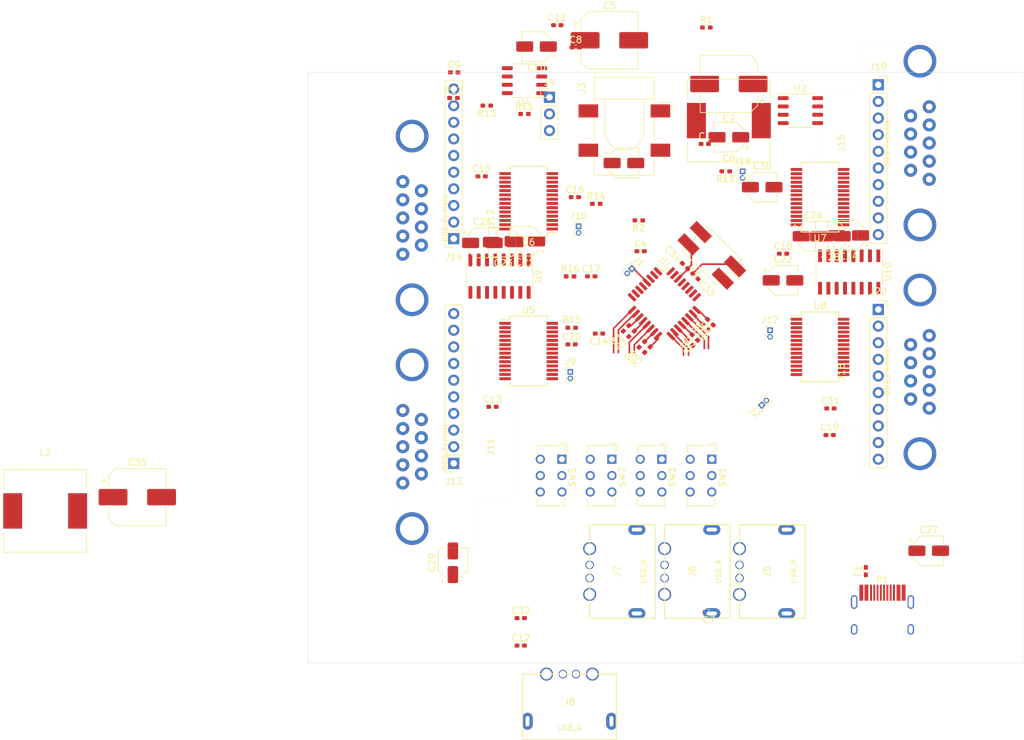
<source format=kicad_pcb>
(kicad_pcb (version 20171130) (host pcbnew 5.1.7)
  (layers (0 F.Cu signal) (31 B.Cu signal) (34 B.Paste user) (35 F.Paste user) (36 B.SilkS user) (37 F.SilkS user) (38 B.Mask user) (39 F.Mask user) (44 Edge.Cuts user))
  (net 0 "")
  (net 1 GND)
  (net 2 VCC)
  (net 3 "Net-(C2-Pad1)")
  (net 4 "Net-(C5-Pad1)")
  (net 5 VBUS)
  (net 6 "Net-(C9-Pad1)")
  (net 7 "Net-(C13-Pad1)")
  (net 8 "Net-(C13-Pad2)")
  (net 9 "Net-(C15-Pad2)")
  (net 10 "Net-(C17-Pad2)")
  (net 11 "Net-(C17-Pad1)")
  (net 12 "Net-(C19-Pad2)")
  (net 13 "Net-(C21-Pad1)")
  (net 14 "Net-(C21-Pad2)")
  (net 15 "Net-(C22-Pad2)")
  (net 16 "Net-(C22-Pad1)")
  (net 17 "Net-(C23-Pad2)")
  (net 18 "Net-(C23-Pad1)")
  (net 19 "Net-(C24-Pad1)")
  (net 20 "Net-(C24-Pad2)")
  (net 21 "Net-(C25-Pad2)")
  (net 22 "Net-(C26-Pad2)")
  (net 23 "Net-(C27-Pad1)")
  (net 24 "Net-(C28-Pad1)")
  (net 25 "Net-(F1-Pad1)")
  (net 26 "Net-(F1-Pad2)")
  (net 27 "Net-(J1-Pad1)")
  (net 28 "Net-(J2-Pad1)")
  (net 29 "Net-(J4-Pad2)")
  (net 30 /USBDM1)
  (net 31 /USBDP1)
  (net 32 /USBDM2)
  (net 33 /USBDP2)
  (net 34 /USBDP4)
  (net 35 /USBDM4)
  (net 36 /USBDP3)
  (net 37 /USBDM3)
  (net 38 "Net-(J10-Pad2)")
  (net 39 "Net-(J11-Pad1)")
  (net 40 /RS232/RSRX1)
  (net 41 /RS232/RSTX1)
  (net 42 "Net-(J11-Pad4)")
  (net 43 "Net-(J11-Pad5)")
  (net 44 "Net-(J11-Pad6)")
  (net 45 "Net-(J11-Pad7)")
  (net 46 "Net-(J11-Pad8)")
  (net 47 "Net-(J11-Pad9)")
  (net 48 "Net-(J12-Pad1)")
  (net 49 /RS232/RSRX2)
  (net 50 /RS232/RSTX2)
  (net 51 "Net-(J12-Pad4)")
  (net 52 "Net-(J12-Pad5)")
  (net 53 "Net-(J12-Pad6)")
  (net 54 "Net-(J12-Pad7)")
  (net 55 "Net-(J12-Pad8)")
  (net 56 "Net-(J12-Pad9)")
  (net 57 "Net-(J13-Pad9)")
  (net 58 "Net-(J13-Pad8)")
  (net 59 "Net-(J13-Pad7)")
  (net 60 "Net-(J13-Pad6)")
  (net 61 "Net-(J13-Pad5)")
  (net 62 "Net-(J13-Pad4)")
  (net 63 /RS232/TTLRX1)
  (net 64 /RS232/TTLTX1)
  (net 65 "Net-(J13-Pad1)")
  (net 66 "Net-(J14-Pad9)")
  (net 67 "Net-(J14-Pad8)")
  (net 68 "Net-(J14-Pad7)")
  (net 69 "Net-(J14-Pad6)")
  (net 70 "Net-(J14-Pad5)")
  (net 71 "Net-(J14-Pad4)")
  (net 72 /RS232/TTLRX2)
  (net 73 /RS232/TTLTX2)
  (net 74 "Net-(J14-Pad1)")
  (net 75 "Net-(J15-Pad9)")
  (net 76 "Net-(J15-Pad8)")
  (net 77 "Net-(J15-Pad7)")
  (net 78 "Net-(J15-Pad6)")
  (net 79 "Net-(J15-Pad5)")
  (net 80 "Net-(J15-Pad4)")
  (net 81 /RS232/RSTX3)
  (net 82 /RS232/RSRX3)
  (net 83 "Net-(J15-Pad1)")
  (net 84 "Net-(J17-Pad2)")
  (net 85 "Net-(J18-Pad9)")
  (net 86 "Net-(J18-Pad8)")
  (net 87 "Net-(J18-Pad7)")
  (net 88 "Net-(J18-Pad6)")
  (net 89 "Net-(J18-Pad5)")
  (net 90 "Net-(J18-Pad4)")
  (net 91 /RS232/RSTX4)
  (net 92 /RS232/RSRX4)
  (net 93 "Net-(J18-Pad1)")
  (net 94 "Net-(J19-Pad1)")
  (net 95 /RS232/TTLTX3)
  (net 96 /RS232/TTLRX3)
  (net 97 "Net-(J19-Pad4)")
  (net 98 "Net-(J19-Pad5)")
  (net 99 "Net-(J19-Pad6)")
  (net 100 "Net-(J19-Pad7)")
  (net 101 "Net-(J19-Pad8)")
  (net 102 "Net-(J19-Pad9)")
  (net 103 "Net-(J20-Pad1)")
  (net 104 /RS232/TTLTX4)
  (net 105 /RS232/TTLRX4)
  (net 106 "Net-(J20-Pad4)")
  (net 107 "Net-(J20-Pad5)")
  (net 108 "Net-(J20-Pad6)")
  (net 109 "Net-(J20-Pad7)")
  (net 110 "Net-(J20-Pad8)")
  (net 111 "Net-(J20-Pad9)")
  (net 112 "Net-(L1-Pad1)")
  (net 113 /DP1)
  (net 114 "Net-(R3-Pad2)")
  (net 115 "Net-(R4-Pad2)")
  (net 116 /DM1)
  (net 117 /DP2)
  (net 118 "Net-(R5-Pad2)")
  (net 119 "Net-(R6-Pad2)")
  (net 120 /DM2)
  (net 121 /DP3)
  (net 122 "Net-(R7-Pad2)")
  (net 123 "Net-(R8-Pad2)")
  (net 124 /DM3)
  (net 125 "Net-(R9-Pad2)")
  (net 126 /DP4)
  (net 127 "Net-(R10-Pad2)")
  (net 128 /DM4)
  (net 129 "Net-(R11-Pad2)")
  (net 130 "Net-(R13-Pad2)")
  (net 131 /RSDM1)
  (net 132 /RSDP1)
  (net 133 /RSDP2)
  (net 134 /RSDM2)
  (net 135 /RSDP3)
  (net 136 /RSDM3)
  (net 137 /RSDM4)
  (net 138 /RSDP4)
  (net 139 "Net-(U1-Pad5)")
  (net 140 "Net-(U1-Pad8)")
  (net 141 /PEN1)
  (net 142 /OC1)
  (net 143 /PEN2)
  (net 144 /OC2)
  (net 145 /PEN3)
  (net 146 /OC3)
  (net 147 /PEN4)
  (net 148 /OC4)
  (net 149 "Net-(U1-Pad32)")
  (net 150 "Net-(U5-Pad28)")
  (net 151 "Net-(U5-Pad27)")
  (net 152 "Net-(U5-Pad23)")
  (net 153 "Net-(U5-Pad22)")
  (net 154 /RS232/RSDM1)
  (net 155 /RS232/RSDP1)
  (net 156 "Net-(U5-Pad14)")
  (net 157 "Net-(U5-Pad13)")
  (net 158 "Net-(U5-Pad12)")
  (net 159 "Net-(U6-Pad12)")
  (net 160 "Net-(U6-Pad13)")
  (net 161 "Net-(U6-Pad14)")
  (net 162 /RS232/RSDP2)
  (net 163 /RS232/RSDM2)
  (net 164 "Net-(U6-Pad22)")
  (net 165 "Net-(U6-Pad23)")
  (net 166 "Net-(U6-Pad27)")
  (net 167 "Net-(U6-Pad28)")
  (net 168 "Net-(U7-Pad28)")
  (net 169 "Net-(U7-Pad27)")
  (net 170 "Net-(U7-Pad23)")
  (net 171 "Net-(U7-Pad22)")
  (net 172 /RS232/RSDM3)
  (net 173 /RS232/RSDP3)
  (net 174 "Net-(U7-Pad14)")
  (net 175 "Net-(U7-Pad13)")
  (net 176 "Net-(U7-Pad12)")
  (net 177 "Net-(U8-Pad12)")
  (net 178 "Net-(U8-Pad13)")
  (net 179 "Net-(U8-Pad14)")
  (net 180 /RS232/RSDP4)
  (net 181 /RS232/RSDM4)
  (net 182 "Net-(U8-Pad22)")
  (net 183 "Net-(U8-Pad23)")
  (net 184 "Net-(U8-Pad27)")
  (net 185 "Net-(U8-Pad28)")
  (net 186 "Net-(P1-Pad6)")
  (net 187 "Net-(P1-Pad5)")
  (net 188 "Net-(P1-Pad9)")
  (net 189 "Net-(P1-Pad4)")
  (net 190 "Net-(P1-Pad10)")
  (net 191 "Net-(P1-Pad3)")
  (net 192 "Net-(C33-Pad1)")
  (net 193 "Net-(C34-Pad1)")
  (net 194 "Net-(L2-Pad2)")
  (net 195 "Net-(L2-Pad1)")
  (module Capacitor_SMD:C_0402_1005Metric_Pad0.74x0.62mm_HandSolder (layer F.Cu) (at 152.760717 86.720717 135)
    (fp_text reference C34 (at 2.665392 0 135) (layer F.SilkS))
    (fp_text value 18pF)
    (pad 2 smd roundrect (at 0.5675 0 135) (size 0.735 0.62) (layers F.Cu F.Paste F.Mask) (net 1 GND))
    (pad 1 smd roundrect (at -0.5675 0 135) (size 0.735 0.62) (layers F.Cu F.Paste F.Mask) (net 193 "Net-(C34-Pad1)"))
  )
  (module Capacitor_SMD:C_0402_1005Metric_Pad0.74x0.62mm_HandSolder (layer F.Cu) (at 154.325283 88.285283 315)
    (fp_text reference C33 (at 2.57559 0.089803 135) (layer F.SilkS))
    (fp_text value 18pF)
    (pad 2 smd roundrect (at 0.5675 0 315) (size 0.735 0.62) (layers F.Cu F.Paste F.Mask) (net 1 GND))
    (pad 1 smd roundrect (at -0.5675 0 315) (size 0.735 0.62) (layers F.Cu F.Paste F.Mask) (net 192 "Net-(C33-Pad1)"))
  )
  (module Button_Switch_THT:SW_CuK_JS202011CQN_DPDT_Straight (layer F.Cu) (at 141.605 116.205 270)
    (fp_text reference SW7 (at 2.75 -1.6 90) (layer F.SilkS))
    (fp_text value SW_Push_DPDT)
    (pad 6 thru_hole circle (at 5 3.3 270) (size 1.4 1.4) (drill 0.9) (layers *.Cu *.Mask) (net 137 /RSDM4))
    (pad 5 thru_hole circle (at 2.5 3.3 270) (size 1.4 1.4) (drill 0.9) (layers *.Cu *.Mask) (net 128 /DM4))
    (pad 4 thru_hole circle (at 0 3.3 270) (size 1.4 1.4) (drill 0.9) (layers *.Cu *.Mask) (net 35 /USBDM4))
    (pad 3 thru_hole circle (at 5 0 270) (size 1.4 1.4) (drill 0.9) (layers *.Cu *.Mask) (net 138 /RSDP4))
    (pad 2 thru_hole circle (at 2.5 0 270) (size 1.4 1.4) (drill 0.9) (layers *.Cu *.Mask) (net 126 /DP4))
    (pad 1 thru_hole rect (at 0 0 270) (size 1.4 1.4) (drill 0.9) (layers *.Cu *.Mask) (net 34 /USBDP4))
  )
  (module Button_Switch_THT:SW_CuK_JS202011CQN_DPDT_Straight (layer F.Cu) (at 133.985 116.205 270)
    (fp_text reference SW5 (at 2.75 -1.6 90) (layer F.SilkS))
    (fp_text value SW_Push_DPDT)
    (pad 6 thru_hole circle (at 5 3.3 270) (size 1.4 1.4) (drill 0.9) (layers *.Cu *.Mask) (net 136 /RSDM3))
    (pad 5 thru_hole circle (at 2.5 3.3 270) (size 1.4 1.4) (drill 0.9) (layers *.Cu *.Mask) (net 124 /DM3))
    (pad 4 thru_hole circle (at 0 3.3 270) (size 1.4 1.4) (drill 0.9) (layers *.Cu *.Mask) (net 37 /USBDM3))
    (pad 3 thru_hole circle (at 5 0 270) (size 1.4 1.4) (drill 0.9) (layers *.Cu *.Mask) (net 135 /RSDP3))
    (pad 2 thru_hole circle (at 2.5 0 270) (size 1.4 1.4) (drill 0.9) (layers *.Cu *.Mask) (net 121 /DP3))
    (pad 1 thru_hole rect (at 0 0 270) (size 1.4 1.4) (drill 0.9) (layers *.Cu *.Mask) (net 36 /USBDP3))
  )
  (module Connector_PinSocket_2.54mm:PinSocket_1x10_P2.54mm_Vertical (layer F.Cu) (at 182.245 93.345)
    (fp_text reference J20 (at 0 -2.77) (layer F.SilkS))
    (fp_text value Conn_01x10_Female)
    (pad 10 thru_hole oval (at 0 22.86) (size 1.7 1.7) (drill 1) (layers *.Cu *.Mask) (net 1 GND))
    (pad 9 thru_hole oval (at 0 20.32) (size 1.7 1.7) (drill 1) (layers *.Cu *.Mask) (net 111 "Net-(J20-Pad9)"))
    (pad 8 thru_hole oval (at 0 17.78) (size 1.7 1.7) (drill 1) (layers *.Cu *.Mask) (net 110 "Net-(J20-Pad8)"))
    (pad 7 thru_hole oval (at 0 15.24) (size 1.7 1.7) (drill 1) (layers *.Cu *.Mask) (net 109 "Net-(J20-Pad7)"))
    (pad 6 thru_hole oval (at 0 12.7) (size 1.7 1.7) (drill 1) (layers *.Cu *.Mask) (net 108 "Net-(J20-Pad6)"))
    (pad 5 thru_hole oval (at 0 10.16) (size 1.7 1.7) (drill 1) (layers *.Cu *.Mask) (net 107 "Net-(J20-Pad5)"))
    (pad 4 thru_hole oval (at 0 7.62) (size 1.7 1.7) (drill 1) (layers *.Cu *.Mask) (net 106 "Net-(J20-Pad4)"))
    (pad 3 thru_hole oval (at 0 5.08) (size 1.7 1.7) (drill 1) (layers *.Cu *.Mask) (net 105 /RS232/TTLRX4))
    (pad 2 thru_hole oval (at 0 2.54) (size 1.7 1.7) (drill 1) (layers *.Cu *.Mask) (net 104 /RS232/TTLTX4))
    (pad 1 thru_hole rect (at 0 0) (size 1.7 1.7) (drill 1) (layers *.Cu *.Mask) (net 103 "Net-(J20-Pad1)"))
  )
  (module Connector_PinSocket_2.54mm:PinSocket_1x10_P2.54mm_Vertical (layer F.Cu) (at 182.245 59.055)
    (fp_text reference J19 (at 0 -2.77) (layer F.SilkS))
    (fp_text value Conn_01x10_Female)
    (pad 10 thru_hole oval (at 0 22.86) (size 1.7 1.7) (drill 1) (layers *.Cu *.Mask) (net 1 GND))
    (pad 9 thru_hole oval (at 0 20.32) (size 1.7 1.7) (drill 1) (layers *.Cu *.Mask) (net 102 "Net-(J19-Pad9)"))
    (pad 8 thru_hole oval (at 0 17.78) (size 1.7 1.7) (drill 1) (layers *.Cu *.Mask) (net 101 "Net-(J19-Pad8)"))
    (pad 7 thru_hole oval (at 0 15.24) (size 1.7 1.7) (drill 1) (layers *.Cu *.Mask) (net 100 "Net-(J19-Pad7)"))
    (pad 6 thru_hole oval (at 0 12.7) (size 1.7 1.7) (drill 1) (layers *.Cu *.Mask) (net 99 "Net-(J19-Pad6)"))
    (pad 5 thru_hole oval (at 0 10.16) (size 1.7 1.7) (drill 1) (layers *.Cu *.Mask) (net 98 "Net-(J19-Pad5)"))
    (pad 4 thru_hole oval (at 0 7.62) (size 1.7 1.7) (drill 1) (layers *.Cu *.Mask) (net 97 "Net-(J19-Pad4)"))
    (pad 3 thru_hole oval (at 0 5.08) (size 1.7 1.7) (drill 1) (layers *.Cu *.Mask) (net 96 /RS232/TTLRX3))
    (pad 2 thru_hole oval (at 0 2.54) (size 1.7 1.7) (drill 1) (layers *.Cu *.Mask) (net 95 /RS232/TTLTX3))
    (pad 1 thru_hole rect (at 0 0) (size 1.7 1.7) (drill 1) (layers *.Cu *.Mask) (net 94 "Net-(J19-Pad1)"))
  )
  (module Connector_PinSocket_2.54mm:PinSocket_1x10_P2.54mm_Vertical (layer F.Cu) (at 117.475 82.55 180)
    (fp_text reference J14 (at 0 -2.77) (layer F.SilkS))
    (fp_text value Conn_01x10_Female)
    (pad 10 thru_hole oval (at 0 22.86 180) (size 1.7 1.7) (drill 1) (layers *.Cu *.Mask) (net 1 GND))
    (pad 9 thru_hole oval (at 0 20.32 180) (size 1.7 1.7) (drill 1) (layers *.Cu *.Mask) (net 66 "Net-(J14-Pad9)"))
    (pad 8 thru_hole oval (at 0 17.78 180) (size 1.7 1.7) (drill 1) (layers *.Cu *.Mask) (net 67 "Net-(J14-Pad8)"))
    (pad 7 thru_hole oval (at 0 15.24 180) (size 1.7 1.7) (drill 1) (layers *.Cu *.Mask) (net 68 "Net-(J14-Pad7)"))
    (pad 6 thru_hole oval (at 0 12.7 180) (size 1.7 1.7) (drill 1) (layers *.Cu *.Mask) (net 69 "Net-(J14-Pad6)"))
    (pad 5 thru_hole oval (at 0 10.16 180) (size 1.7 1.7) (drill 1) (layers *.Cu *.Mask) (net 70 "Net-(J14-Pad5)"))
    (pad 4 thru_hole oval (at 0 7.62 180) (size 1.7 1.7) (drill 1) (layers *.Cu *.Mask) (net 71 "Net-(J14-Pad4)"))
    (pad 3 thru_hole oval (at 0 5.08 180) (size 1.7 1.7) (drill 1) (layers *.Cu *.Mask) (net 72 /RS232/TTLRX2))
    (pad 2 thru_hole oval (at 0 2.54 180) (size 1.7 1.7) (drill 1) (layers *.Cu *.Mask) (net 73 /RS232/TTLTX2))
    (pad 1 thru_hole rect (at 0 0 180) (size 1.7 1.7) (drill 1) (layers *.Cu *.Mask) (net 74 "Net-(J14-Pad1)"))
  )
  (module Connector_PinSocket_2.54mm:PinSocket_1x10_P2.54mm_Vertical (layer F.Cu) (at 117.475 116.84 180)
    (fp_text reference J13 (at 0 -2.77) (layer F.SilkS))
    (fp_text value Conn_01x10_Female)
    (pad 10 thru_hole oval (at 0 22.86 180) (size 1.7 1.7) (drill 1) (layers *.Cu *.Mask) (net 1 GND))
    (pad 9 thru_hole oval (at 0 20.32 180) (size 1.7 1.7) (drill 1) (layers *.Cu *.Mask) (net 57 "Net-(J13-Pad9)"))
    (pad 8 thru_hole oval (at 0 17.78 180) (size 1.7 1.7) (drill 1) (layers *.Cu *.Mask) (net 58 "Net-(J13-Pad8)"))
    (pad 7 thru_hole oval (at 0 15.24 180) (size 1.7 1.7) (drill 1) (layers *.Cu *.Mask) (net 59 "Net-(J13-Pad7)"))
    (pad 6 thru_hole oval (at 0 12.7 180) (size 1.7 1.7) (drill 1) (layers *.Cu *.Mask) (net 60 "Net-(J13-Pad6)"))
    (pad 5 thru_hole oval (at 0 10.16 180) (size 1.7 1.7) (drill 1) (layers *.Cu *.Mask) (net 61 "Net-(J13-Pad5)"))
    (pad 4 thru_hole oval (at 0 7.62 180) (size 1.7 1.7) (drill 1) (layers *.Cu *.Mask) (net 62 "Net-(J13-Pad4)"))
    (pad 3 thru_hole oval (at 0 5.08 180) (size 1.7 1.7) (drill 1) (layers *.Cu *.Mask) (net 63 /RS232/TTLRX1))
    (pad 2 thru_hole oval (at 0 2.54 180) (size 1.7 1.7) (drill 1) (layers *.Cu *.Mask) (net 64 /RS232/TTLTX1))
    (pad 1 thru_hole rect (at 0 0 180) (size 1.7 1.7) (drill 1) (layers *.Cu *.Mask) (net 65 "Net-(J13-Pad1)"))
  )
  (module Connector_PinHeader_1.00mm:PinHeader_1x02_P1.00mm_Vertical (layer F.Cu) (at 165.735 96.52)
    (fp_text reference J17 (at 0 -1.56) (layer F.SilkS))
    (fp_text value Conn_01x02_Female)
    (pad 2 thru_hole oval (at 0 1) (size 0.85 0.85) (drill 0.5) (layers *.Cu *.Mask) (net 84 "Net-(J17-Pad2)"))
    (pad 1 thru_hole rect (at 0 0) (size 0.85 0.85) (drill 0.5) (layers *.Cu *.Mask) (net 1 GND))
  )
  (module Connector_PinHeader_1.00mm:PinHeader_1x02_P1.00mm_Vertical (layer F.Cu) (at 161.544 72.263)
    (fp_text reference J16 (at 0 -1.56) (layer F.SilkS))
    (fp_text value Conn_01x02_Female)
    (pad 2 thru_hole oval (at 0 1) (size 0.85 0.85) (drill 0.5) (layers *.Cu *.Mask) (net 1 GND))
    (pad 1 thru_hole rect (at 0 0) (size 0.85 0.85) (drill 0.5) (layers *.Cu *.Mask) (net 11 "Net-(C17-Pad1)"))
  )
  (module Connector_PinHeader_1.00mm:PinHeader_1x02_P1.00mm_Vertical (layer F.Cu) (at 136.525 80.645)
    (fp_text reference J10 (at 0 -1.56) (layer F.SilkS))
    (fp_text value Conn_01x02_Female)
    (pad 2 thru_hole oval (at 0 1) (size 0.85 0.85) (drill 0.5) (layers *.Cu *.Mask) (net 38 "Net-(J10-Pad2)"))
    (pad 1 thru_hole rect (at 0 0) (size 0.85 0.85) (drill 0.5) (layers *.Cu *.Mask) (net 1 GND))
  )
  (module Connector_PinHeader_1.00mm:PinHeader_1x02_P1.00mm_Vertical (layer F.Cu) (at 135.255 102.87)
    (fp_text reference J9 (at 0 -1.56) (layer F.SilkS))
    (fp_text value Conn_01x02_Female)
    (pad 2 thru_hole oval (at 0 1) (size 0.85 0.85) (drill 0.5) (layers *.Cu *.Mask) (net 1 GND))
    (pad 1 thru_hole rect (at 0 0) (size 0.85 0.85) (drill 0.5) (layers *.Cu *.Mask) (net 7 "Net-(C13-Pad1)"))
  )
  (module Connector_PinHeader_2.54mm:PinHeader_1x03_P2.54mm_Vertical (layer F.Cu) (at 132.08 60.96)
    (fp_text reference J4 (at 0 -2.33) (layer F.SilkS))
    (fp_text value INT)
    (pad 3 thru_hole oval (at 0 5.08) (size 1.7 1.7) (drill 1) (layers *.Cu *.Mask) (net 26 "Net-(F1-Pad2)"))
    (pad 2 thru_hole oval (at 0 2.54) (size 1.7 1.7) (drill 1) (layers *.Cu *.Mask) (net 29 "Net-(J4-Pad2)"))
    (pad 1 thru_hole rect (at 0 0) (size 1.7 1.7) (drill 1) (layers *.Cu *.Mask) (net 4 "Net-(C5-Pad1)"))
  )
  (module Capacitor_SMD:C_0402_1005Metric_Pad0.74x0.62mm_HandSolder (layer F.Cu) (at 127.7025 140.462)
    (fp_text reference C32 (at 0 -1.16) (layer F.SilkS))
    (fp_text value 1uF)
    (pad 2 smd roundrect (at 0.5675 0) (size 0.735 0.62) (layers F.Cu F.Paste F.Mask) (net 1 GND))
    (pad 1 smd roundrect (at -0.5675 0) (size 0.735 0.62) (layers F.Cu F.Paste F.Mask) (net 5 VBUS))
  )
  (module Capacitor_SMD:C_0402_1005Metric_Pad0.74x0.62mm_HandSolder (layer F.Cu) (at 174.9385 108.458)
    (fp_text reference C31 (at 0 -1.16) (layer F.SilkS))
    (fp_text value 1uF)
    (pad 2 smd roundrect (at 0.5675 0) (size 0.735 0.62) (layers F.Cu F.Paste F.Mask) (net 1 GND))
    (pad 1 smd roundrect (at -0.5675 0) (size 0.735 0.62) (layers F.Cu F.Paste F.Mask) (net 5 VBUS))
  )
  (module Capacitor_SMD:C_0402_1005Metric_Pad0.74x0.62mm_HandSolder (layer F.Cu) (at 155.7695 68.072)
    (fp_text reference C1 (at 0 -1.16) (layer F.SilkS))
    (fp_text value .1uF)
    (pad 2 smd roundrect (at 0.5675 0) (size 0.735 0.62) (layers F.Cu F.Paste F.Mask) (net 1 GND))
    (pad 1 smd roundrect (at -0.5675 0) (size 0.735 0.62) (layers F.Cu F.Paste F.Mask) (net 2 VCC))
  )
  (module Capacitor_SMD:C_0402_1005Metric_Pad0.74x0.62mm_HandSolder (layer F.Cu) (at 145.9825 84.455)
    (fp_text reference C4 (at 0 -1.16) (layer F.SilkS))
    (fp_text value 1uF)
    (pad 2 smd roundrect (at 0.5675 0) (size 0.735 0.62) (layers F.Cu F.Paste F.Mask) (net 1 GND))
    (pad 1 smd roundrect (at -0.5675 0) (size 0.735 0.62) (layers F.Cu F.Paste F.Mask) (net 3 "Net-(C2-Pad1)"))
  )
  (module Capacitor_SMD:C_0402_1005Metric_Pad0.74x0.62mm_HandSolder (layer F.Cu) (at 156.3965 139.573 180)
    (fp_text reference C7 (at 0 -1.16) (layer F.SilkS))
    (fp_text value 1uF)
    (pad 1 smd roundrect (at -0.5675 0 180) (size 0.735 0.62) (layers F.Cu F.Paste F.Mask) (net 5 VBUS))
    (pad 2 smd roundrect (at 0.5675 0 180) (size 0.735 0.62) (layers F.Cu F.Paste F.Mask) (net 1 GND))
  )
  (module Capacitor_SMD:C_0402_1005Metric_Pad0.74x0.62mm_HandSolder (layer F.Cu) (at 136.0845 53.34)
    (fp_text reference C8 (at 0 -1.16) (layer F.SilkS))
    (fp_text value 1uF)
    (pad 1 smd roundrect (at -0.5675 0) (size 0.735 0.62) (layers F.Cu F.Paste F.Mask) (net 4 "Net-(C5-Pad1)"))
    (pad 2 smd roundrect (at 0.5675 0) (size 0.735 0.62) (layers F.Cu F.Paste F.Mask) (net 1 GND))
  )
  (module Capacitor_SMD:C_0402_1005Metric_Pad0.74x0.62mm_HandSolder (layer F.Cu) (at 117.5425 57.15)
    (fp_text reference C9 (at 0 -1.16) (layer F.SilkS))
    (fp_text value 1uF)
    (pad 2 smd roundrect (at 0.5675 0) (size 0.735 0.62) (layers F.Cu F.Paste F.Mask) (net 1 GND))
    (pad 1 smd roundrect (at -0.5675 0) (size 0.735 0.62) (layers F.Cu F.Paste F.Mask) (net 6 "Net-(C9-Pad1)"))
  )
  (module Capacitor_SMD:C_0402_1005Metric_Pad0.74x0.62mm_HandSolder (layer F.Cu) (at 133.270001 49.950001)
    (fp_text reference C11 (at 0 -1.16) (layer F.SilkS))
    (fp_text value 1uF)
    (pad 2 smd roundrect (at 0.5675 0) (size 0.735 0.62) (layers F.Cu F.Paste F.Mask) (net 1 GND))
    (pad 1 smd roundrect (at -0.5675 0) (size 0.735 0.62) (layers F.Cu F.Paste F.Mask) (net 2 VCC))
  )
  (module Capacitor_SMD:C_0402_1005Metric_Pad0.74x0.62mm_HandSolder (layer F.Cu) (at 127.6945 144.653)
    (fp_text reference C12 (at 0 -1.16) (layer F.SilkS))
    (fp_text value 1uF)
    (pad 1 smd roundrect (at -0.5675 0) (size 0.735 0.62) (layers F.Cu F.Paste F.Mask) (net 5 VBUS))
    (pad 2 smd roundrect (at 0.5675 0) (size 0.735 0.62) (layers F.Cu F.Paste F.Mask) (net 1 GND))
  )
  (module Capacitor_SMD:C_0402_1005Metric_Pad0.74x0.62mm_HandSolder (layer F.Cu) (at 123.3845 108.204)
    (fp_text reference C13 (at 0 -1.16) (layer F.SilkS))
    (fp_text value 1uF)
    (pad 1 smd roundrect (at -0.5675 0) (size 0.735 0.62) (layers F.Cu F.Paste F.Mask) (net 7 "Net-(C13-Pad1)"))
    (pad 2 smd roundrect (at 0.5675 0) (size 0.735 0.62) (layers F.Cu F.Paste F.Mask) (net 8 "Net-(C13-Pad2)"))
  )
  (module Capacitor_SMD:C_0402_1005Metric_Pad0.74x0.62mm_HandSolder (layer F.Cu) (at 139.6325 97.028 180)
    (fp_text reference C14 (at 0 -1.16) (layer F.SilkS))
    (fp_text value .1uF)
    (pad 1 smd roundrect (at -0.5675 0 180) (size 0.735 0.62) (layers F.Cu F.Paste F.Mask) (net 8 "Net-(C13-Pad2)"))
    (pad 2 smd roundrect (at 0.5675 0 180) (size 0.735 0.62) (layers F.Cu F.Paste F.Mask) (net 1 GND))
  )
  (module Capacitor_SMD:C_0402_1005Metric_Pad0.74x0.62mm_HandSolder (layer F.Cu) (at 121.7335 73.025)
    (fp_text reference C15 (at 0 -1.16) (layer F.SilkS))
    (fp_text value .1uF)
    (pad 2 smd roundrect (at 0.5675 0) (size 0.735 0.62) (layers F.Cu F.Paste F.Mask) (net 9 "Net-(C15-Pad2)"))
    (pad 1 smd roundrect (at -0.5675 0) (size 0.735 0.62) (layers F.Cu F.Paste F.Mask) (net 1 GND))
  )
  (module Capacitor_SMD:C_0402_1005Metric_Pad0.74x0.62mm_HandSolder (layer F.Cu) (at 135.9575 76.2)
    (fp_text reference C16 (at 0 -1.16) (layer F.SilkS))
    (fp_text value 1uF)
    (pad 1 smd roundrect (at -0.5675 0) (size 0.735 0.62) (layers F.Cu F.Paste F.Mask) (net 1 GND))
    (pad 2 smd roundrect (at 0.5675 0) (size 0.735 0.62) (layers F.Cu F.Paste F.Mask) (net 5 VBUS))
  )
  (module Capacitor_SMD:C_0402_1005Metric_Pad0.74x0.62mm_HandSolder (layer F.Cu) (at 138.454001 88.296001)
    (fp_text reference C17 (at 0 -1.16) (layer F.SilkS))
    (fp_text value 1uF)
    (pad 2 smd roundrect (at 0.5675 0) (size 0.735 0.62) (layers F.Cu F.Paste F.Mask) (net 10 "Net-(C17-Pad2)"))
    (pad 1 smd roundrect (at -0.5675 0) (size 0.735 0.62) (layers F.Cu F.Paste F.Mask) (net 11 "Net-(C17-Pad1)"))
  )
  (module Capacitor_SMD:C_0402_1005Metric_Pad0.74x0.62mm_HandSolder (layer F.Cu) (at 167.7075 84.836)
    (fp_text reference C18 (at 0 -1.16) (layer F.SilkS))
    (fp_text value .1uF)
    (pad 2 smd roundrect (at 0.5675 0) (size 0.735 0.62) (layers F.Cu F.Paste F.Mask) (net 1 GND))
    (pad 1 smd roundrect (at -0.5675 0) (size 0.735 0.62) (layers F.Cu F.Paste F.Mask) (net 10 "Net-(C17-Pad2)"))
  )
  (module Capacitor_SMD:C_0402_1005Metric_Pad0.74x0.62mm_HandSolder (layer F.Cu) (at 174.8195 112.522)
    (fp_text reference C19 (at 0 -1.16) (layer F.SilkS))
    (fp_text value .1uF)
    (pad 1 smd roundrect (at -0.5675 0) (size 0.735 0.62) (layers F.Cu F.Paste F.Mask) (net 1 GND))
    (pad 2 smd roundrect (at 0.5675 0) (size 0.735 0.62) (layers F.Cu F.Paste F.Mask) (net 12 "Net-(C19-Pad2)"))
  )
  (module Capacitor_SMD:C_0402_1005Metric_Pad0.74x0.62mm_HandSolder (layer F.Cu) (at 135.4495 98.679)
    (fp_text reference C20 (at 0 -1.16) (layer F.SilkS))
    (fp_text value 1uF)
    (pad 2 smd roundrect (at 0.5675 0) (size 0.735 0.62) (layers F.Cu F.Paste F.Mask) (net 5 VBUS))
    (pad 1 smd roundrect (at -0.5675 0) (size 0.735 0.62) (layers F.Cu F.Paste F.Mask) (net 1 GND))
  )
  (module Capacitor_SMD:C_0402_1005Metric_Pad0.74x0.62mm_HandSolder (layer F.Cu) (at 180.34 133.2825 90)
    (fp_text reference F1 (at 0 -1.16 90) (layer F.SilkS))
    (fp_text value 500mA)
    (pad 1 smd roundrect (at -0.5675 0 90) (size 0.735 0.62) (layers F.Cu F.Paste F.Mask) (net 25 "Net-(F1-Pad1)"))
    (pad 2 smd roundrect (at 0.5675 0 90) (size 0.735 0.62) (layers F.Cu F.Paste F.Mask) (net 26 "Net-(F1-Pad2)"))
  )
  (module Connector_PinHeader_1.00mm:PinHeader_1x02_P1.00mm_Vertical (layer F.Cu) (at 144.653 87.122 315)
    (fp_text reference J1 (at 0 -1.56 135) (layer F.SilkS))
    (fp_text value Conn_01x02_Female)
    (pad 1 thru_hole rect (at 0 0 315) (size 0.85 0.85) (drill 0.5) (layers *.Cu *.Mask) (net 27 "Net-(J1-Pad1)"))
    (pad 2 thru_hole oval (at 0 1 315) (size 0.85 0.85) (drill 0.5) (layers *.Cu *.Mask) (net 1 GND))
  )
  (module Connector_PinHeader_1.00mm:PinHeader_1x02_P1.00mm_Vertical (layer F.Cu) (at 164.465 107.95 135)
    (fp_text reference J2 (at 0 -1.56 135) (layer F.SilkS))
    (fp_text value Conn_01x02_Female)
    (pad 2 thru_hole oval (at 0 1 135) (size 0.85 0.85) (drill 0.5) (layers *.Cu *.Mask) (net 1 GND))
    (pad 1 thru_hole rect (at 0 0 135) (size 0.85 0.85) (drill 0.5) (layers *.Cu *.Mask) (net 28 "Net-(J2-Pad1)"))
  )
  (module Connector_BarrelJack:BarrelJack_CLIFF_FC681465S_SMT_Horizontal (layer F.Cu) (at 143.51 66.04 270)
    (fp_text reference J3 (at -6.5 6.5 270) (layer F.SilkS))
    (fp_text value EXT)
    (pad "" np_thru_hole oval (at -2.9 0) (size 2 1.5) (drill oval 2 1.5) (layers *.Cu *.Mask))
    (pad "" np_thru_hole circle (at 1.5 0) (size 2 2) (drill 2) (layers *.Cu *.Mask))
    (pad 1 smd rect (at -3 -5.5) (size 3 2) (layers F.Cu F.Paste F.Mask) (net 1 GND))
    (pad 1 smd rect (at 3 -5.5) (size 3 2) (layers F.Cu F.Paste F.Mask) (net 1 GND))
    (pad 2 smd rect (at 3 5.5) (size 3 2) (layers F.Cu F.Paste F.Mask) (net 3 "Net-(C2-Pad1)"))
    (pad 3 smd rect (at -3 5.5) (size 3 2) (layers F.Cu F.Paste F.Mask))
  )
  (module Type-C:HRO-TYPE-C-31-M-12-HandSoldering (layer F.Cu) (at 182.88 144.78)
    (fp_text reference P1 (at 0 -10.2) (layer F.SilkS))
    (fp_text value USB_C_Plug_USB2.0)
    (pad 13 thru_hole oval (at 4.32 -2.6) (size 1 1.6) (drill oval 0.6 1.2) (layers *.Cu B.Mask) (net 1 GND))
    (pad 13 thru_hole oval (at -4.32 -2.6) (size 1 1.6) (drill oval 0.6 1.2) (layers *.Cu B.Mask) (net 1 GND))
    (pad 13 thru_hole oval (at 4.32 -6.78) (size 1 2.1) (drill oval 0.6 1.7) (layers *.Cu B.Mask) (net 1 GND))
    (pad 13 thru_hole oval (at -4.32 -6.78) (size 1 2.1) (drill oval 0.6 1.7) (layers *.Cu B.Mask) (net 1 GND))
    (pad "" np_thru_hole circle (at -2.89 -6.25) (size 0.65 0.65) (drill 0.65) (layers *.Cu *.Mask))
    (pad "" np_thru_hole circle (at 2.89 -6.25) (size 0.65 0.65) (drill 0.65) (layers *.Cu *.Mask))
    (pad 6 smd rect (at -0.25 -8.195) (size 0.3 2.45) (layers F.Cu F.Paste F.Mask) (net 186 "Net-(P1-Pad6)"))
    (pad 7 smd rect (at 0.25 -8.195) (size 0.3 2.45) (layers F.Cu F.Paste F.Mask) (net 187 "Net-(P1-Pad5)"))
    (pad 8 smd rect (at 0.75 -8.195) (size 0.3 2.45) (layers F.Cu F.Paste F.Mask) (net 186 "Net-(P1-Pad6)"))
    (pad 5 smd rect (at -0.75 -8.195) (size 0.3 2.45) (layers F.Cu F.Paste F.Mask) (net 187 "Net-(P1-Pad5)"))
    (pad 9 smd rect (at 1.25 -8.195) (size 0.3 2.45) (layers F.Cu F.Paste F.Mask) (net 188 "Net-(P1-Pad9)"))
    (pad 4 smd rect (at -1.25 -8.195) (size 0.3 2.45) (layers F.Cu F.Paste F.Mask) (net 189 "Net-(P1-Pad4)"))
    (pad 10 smd rect (at 1.75 -8.195) (size 0.3 2.45) (layers F.Cu F.Paste F.Mask) (net 190 "Net-(P1-Pad10)"))
    (pad 3 smd rect (at -1.75 -8.195) (size 0.3 2.45) (layers F.Cu F.Paste F.Mask) (net 191 "Net-(P1-Pad3)"))
    (pad 2 smd rect (at -2.45 -8.195) (size 0.6 2.45) (layers F.Cu F.Paste F.Mask) (net 25 "Net-(F1-Pad1)"))
    (pad 11 smd rect (at 2.45 -8.195) (size 0.6 2.45) (layers F.Cu F.Paste F.Mask) (net 25 "Net-(F1-Pad1)"))
    (pad 1 smd rect (at -3.225 -8.195) (size 0.6 2.45) (layers F.Cu F.Paste F.Mask) (net 1 GND))
    (pad 12 smd rect (at 3.225 -8.195) (size 0.6 2.45) (layers F.Cu F.Paste F.Mask) (net 1 GND))
  )
  (module Resistor_SMD:R_0402_1005Metric_Pad0.72x0.64mm_HandSolder (layer F.Cu) (at 156.015001 50.310001)
    (fp_text reference R1 (at 0 -1.17) (layer F.SilkS))
    (fp_text value 10K)
    (pad 1 smd roundrect (at -0.5975 0) (size 0.715 0.64) (layers F.Cu F.Paste F.Mask) (net 2 VCC))
    (pad 2 smd roundrect (at 0.5975 0) (size 0.715 0.64) (layers F.Cu F.Paste F.Mask) (net 27 "Net-(J1-Pad1)"))
  )
  (module Resistor_SMD:R_0402_1005Metric_Pad0.72x0.64mm_HandSolder (layer F.Cu) (at 145.7065 79.756 180)
    (fp_text reference R2 (at 0 -1.17) (layer F.SilkS))
    (fp_text value 10K)
    (pad 2 smd roundrect (at 0.5975 0 180) (size 0.715 0.64) (layers F.Cu F.Paste F.Mask) (net 2 VCC))
    (pad 1 smd roundrect (at -0.5975 0 180) (size 0.715 0.64) (layers F.Cu F.Paste F.Mask) (net 28 "Net-(J2-Pad1)"))
  )
  (module Resistor_SMD:R_0402_1005Metric_Pad0.72x0.64mm_HandSolder (layer F.Cu) (at 144.611504 97.069496 45)
    (fp_text reference R3 (at -2.276182 0 45) (layer F.SilkS))
    (fp_text value 22)
    (pad 1 smd roundrect (at -0.5975 0 45) (size 0.715 0.64) (layers F.Cu F.Paste F.Mask) (net 113 /DP1))
    (pad 2 smd roundrect (at 0.5975 0 45) (size 0.715 0.64) (layers F.Cu F.Paste F.Mask) (net 114 "Net-(R3-Pad2)"))
  )
  (module Resistor_SMD:R_0402_1005Metric_Pad0.72x0.64mm_HandSolder (layer F.Cu) (at 143.764 96.2285 45)
    (fp_text reference R4 (at -2.271581 -0.063286 45) (layer F.SilkS))
    (fp_text value 22)
    (pad 2 smd roundrect (at 0.5975 0 45) (size 0.715 0.64) (layers F.Cu F.Paste F.Mask) (net 115 "Net-(R4-Pad2)"))
    (pad 1 smd roundrect (at -0.5975 0 45) (size 0.715 0.64) (layers F.Cu F.Paste F.Mask) (net 116 /DM1))
  )
  (module Resistor_SMD:R_0402_1005Metric_Pad0.72x0.64mm_HandSolder (layer F.Cu) (at 147.024504 99.482496 45)
    (fp_text reference R5 (at -2.365985 0.089803 45) (layer F.SilkS))
    (fp_text value 22)
    (pad 1 smd roundrect (at -0.5975 0 45) (size 0.715 0.64) (layers F.Cu F.Paste F.Mask) (net 117 /DP2))
    (pad 2 smd roundrect (at 0.5975 0 45) (size 0.715 0.64) (layers F.Cu F.Paste F.Mask) (net 118 "Net-(R5-Pad2)"))
  )
  (module Resistor_SMD:R_0402_1005Metric_Pad0.72x0.64mm_HandSolder (layer F.Cu) (at 146.177 98.679 45)
    (fp_text reference R6 (at -2.334867 0 45) (layer F.SilkS))
    (fp_text value 22)
    (pad 2 smd roundrect (at 0.5975 0 45) (size 0.715 0.64) (layers F.Cu F.Paste F.Mask) (net 119 "Net-(R6-Pad2)"))
    (pad 1 smd roundrect (at -0.5975 0 45) (size 0.715 0.64) (layers F.Cu F.Paste F.Mask) (net 120 /DM2))
  )
  (module Resistor_SMD:R_0402_1005Metric_Pad0.72x0.64mm_HandSolder (layer F.Cu) (at 154.263504 97.621504 135)
    (fp_text reference R7 (at 0 -1.17 135) (layer F.SilkS))
    (fp_text value 22)
    (pad 1 smd roundrect (at -0.5975 0 135) (size 0.715 0.64) (layers F.Cu F.Paste F.Mask) (net 121 /DP3))
    (pad 2 smd roundrect (at 0.5975 0 135) (size 0.715 0.64) (layers F.Cu F.Paste F.Mask) (net 122 "Net-(R7-Pad2)"))
  )
  (module Resistor_SMD:R_0402_1005Metric_Pad0.72x0.64mm_HandSolder (layer F.Cu) (at 153.5055 98.425 135)
    (fp_text reference R8 (at 0 -1.17 135) (layer F.SilkS))
    (fp_text value 22)
    (pad 2 smd roundrect (at 0.5975 0 135) (size 0.715 0.64) (layers F.Cu F.Paste F.Mask) (net 123 "Net-(R8-Pad2)"))
    (pad 1 smd roundrect (at -0.5975 0 135) (size 0.715 0.64) (layers F.Cu F.Paste F.Mask) (net 124 /DM3))
  )
  (module Resistor_SMD:R_0402_1005Metric_Pad0.72x0.64mm_HandSolder (layer F.Cu) (at 156.632496 95.291496 135)
    (fp_text reference R9 (at 0 -1.17 135) (layer F.SilkS))
    (fp_text value 22)
    (pad 2 smd roundrect (at 0.5975 0 135) (size 0.715 0.64) (layers F.Cu F.Paste F.Mask) (net 125 "Net-(R9-Pad2)"))
    (pad 1 smd roundrect (at -0.5975 0 135) (size 0.715 0.64) (layers F.Cu F.Paste F.Mask) (net 126 /DP4))
  )
  (module Resistor_SMD:R_0402_1005Metric_Pad0.72x0.64mm_HandSolder (layer F.Cu) (at 155.8665 96.012 135)
    (fp_text reference R10 (at 0 -1.17 135) (layer F.SilkS))
    (fp_text value 22)
    (pad 2 smd roundrect (at 0.5975 0 135) (size 0.715 0.64) (layers F.Cu F.Paste F.Mask) (net 127 "Net-(R10-Pad2)"))
    (pad 1 smd roundrect (at -0.5975 0 135) (size 0.715 0.64) (layers F.Cu F.Paste F.Mask) (net 128 /DM4))
  )
  (module Resistor_SMD:R_0402_1005Metric_Pad0.72x0.64mm_HandSolder (layer F.Cu) (at 128.27 63.5)
    (fp_text reference R11 (at 0 -1.17) (layer F.SilkS))
    (fp_text value VBUSCUR)
    (pad 1 smd roundrect (at -0.5975 0) (size 0.715 0.64) (layers F.Cu F.Paste F.Mask) (net 29 "Net-(J4-Pad2)"))
    (pad 2 smd roundrect (at 0.5975 0) (size 0.715 0.64) (layers F.Cu F.Paste F.Mask) (net 129 "Net-(R11-Pad2)"))
  )
  (module Resistor_SMD:R_0402_1005Metric_Pad0.72x0.64mm_HandSolder (layer F.Cu) (at 117.440001 61.060001)
    (fp_text reference R12 (at 0 -1.17) (layer F.SilkS))
    (fp_text value 10K)
    (pad 1 smd roundrect (at -0.5975 0) (size 0.715 0.64) (layers F.Cu F.Paste F.Mask) (net 5 VBUS))
    (pad 2 smd roundrect (at 0.5975 0) (size 0.715 0.64) (layers F.Cu F.Paste F.Mask) (net 6 "Net-(C9-Pad1)"))
  )
  (module Resistor_SMD:R_0402_1005Metric_Pad0.72x0.64mm_HandSolder (layer F.Cu) (at 122.5175 62.23 180)
    (fp_text reference R13 (at 0 -1.17) (layer F.SilkS))
    (fp_text value 3V3CUR)
    (pad 2 smd roundrect (at 0.5975 0 180) (size 0.715 0.64) (layers F.Cu F.Paste F.Mask) (net 130 "Net-(R13-Pad2)"))
    (pad 1 smd roundrect (at -0.5975 0 180) (size 0.715 0.64) (layers F.Cu F.Paste F.Mask) (net 194 "Net-(L2-Pad2)"))
  )
  (module Resistor_SMD:R_0402_1005Metric_Pad0.72x0.64mm_HandSolder (layer F.Cu) (at 139.2295 77.216)
    (fp_text reference R14 (at 0 -1.17) (layer F.SilkS))
    (fp_text value 10K)
    (pad 2 smd roundrect (at 0.5975 0) (size 0.715 0.64) (layers F.Cu F.Paste F.Mask) (net 5 VBUS))
    (pad 1 smd roundrect (at -0.5975 0) (size 0.715 0.64) (layers F.Cu F.Paste F.Mask) (net 38 "Net-(J10-Pad2)"))
  )
  (module Resistor_SMD:R_0402_1005Metric_Pad0.72x0.64mm_HandSolder (layer F.Cu) (at 135.4715 96.139)
    (fp_text reference R15 (at 0 -1.235001) (layer F.SilkS))
    (fp_text value 10K)
    (pad 1 smd roundrect (at -0.5975 0) (size 0.715 0.64) (layers F.Cu F.Paste F.Mask) (net 7 "Net-(C13-Pad1)"))
    (pad 2 smd roundrect (at 0.5975 0) (size 0.715 0.64) (layers F.Cu F.Paste F.Mask) (net 5 VBUS))
  )
  (module Resistor_SMD:R_0402_1005Metric_Pad0.72x0.64mm_HandSolder (layer F.Cu) (at 135.224001 88.306001)
    (fp_text reference R16 (at 0 -1.17) (layer F.SilkS))
    (fp_text value 10K)
    (pad 1 smd roundrect (at -0.5975 0) (size 0.715 0.64) (layers F.Cu F.Paste F.Mask) (net 84 "Net-(J17-Pad2)"))
    (pad 2 smd roundrect (at 0.5975 0) (size 0.715 0.64) (layers F.Cu F.Paste F.Mask) (net 5 VBUS))
  )
  (module Resistor_SMD:R_0402_1005Metric_Pad0.72x0.64mm_HandSolder (layer F.Cu) (at 158.9665 72.263 180)
    (fp_text reference R17 (at 0 -1.17) (layer F.SilkS))
    (fp_text value 10K)
    (pad 1 smd roundrect (at -0.5975 0 180) (size 0.715 0.64) (layers F.Cu F.Paste F.Mask) (net 11 "Net-(C17-Pad1)"))
    (pad 2 smd roundrect (at 0.5975 0 180) (size 0.715 0.64) (layers F.Cu F.Paste F.Mask) (net 5 VBUS))
  )
  (module Button_Switch_THT:SW_CuK_JS202011CQN_DPDT_Straight (layer F.Cu) (at 156.845 116.205 270)
    (fp_text reference SW1 (at 2.75 -1.6 90) (layer F.SilkS))
    (fp_text value SW_Push_DPDT)
    (pad 6 thru_hole circle (at 5 3.3 270) (size 1.4 1.4) (drill 0.9) (layers *.Cu *.Mask) (net 131 /RSDM1))
    (pad 5 thru_hole circle (at 2.5 3.3 270) (size 1.4 1.4) (drill 0.9) (layers *.Cu *.Mask) (net 116 /DM1))
    (pad 4 thru_hole circle (at 0 3.3 270) (size 1.4 1.4) (drill 0.9) (layers *.Cu *.Mask) (net 30 /USBDM1))
    (pad 3 thru_hole circle (at 5 0 270) (size 1.4 1.4) (drill 0.9) (layers *.Cu *.Mask) (net 132 /RSDP1))
    (pad 2 thru_hole circle (at 2.5 0 270) (size 1.4 1.4) (drill 0.9) (layers *.Cu *.Mask) (net 113 /DP1))
    (pad 1 thru_hole rect (at 0 0 270) (size 1.4 1.4) (drill 0.9) (layers *.Cu *.Mask) (net 31 /USBDP1))
  )
  (module Button_Switch_THT:SW_CuK_JS202011CQN_DPDT_Straight (layer F.Cu) (at 149.225 116.205 270)
    (fp_text reference SW3 (at 2.75 -1.6 90) (layer F.SilkS))
    (fp_text value SW_Push_DPDT)
    (pad 1 thru_hole rect (at 0 0 270) (size 1.4 1.4) (drill 0.9) (layers *.Cu *.Mask) (net 33 /USBDP2))
    (pad 2 thru_hole circle (at 2.5 0 270) (size 1.4 1.4) (drill 0.9) (layers *.Cu *.Mask) (net 117 /DP2))
    (pad 3 thru_hole circle (at 5 0 270) (size 1.4 1.4) (drill 0.9) (layers *.Cu *.Mask) (net 133 /RSDP2))
    (pad 4 thru_hole circle (at 0 3.3 270) (size 1.4 1.4) (drill 0.9) (layers *.Cu *.Mask) (net 32 /USBDM2))
    (pad 5 thru_hole circle (at 2.5 3.3 270) (size 1.4 1.4) (drill 0.9) (layers *.Cu *.Mask) (net 120 /DM2))
    (pad 6 thru_hole circle (at 5 3.3 270) (size 1.4 1.4) (drill 0.9) (layers *.Cu *.Mask) (net 134 /RSDM2))
  )
  (module Package_QFP:LQFP-32_7x7mm_P0.8mm (layer F.Cu) (at 149.606 92.456 315)
    (fp_text reference U1 (at -4.310523 -4.490128 135) (layer F.SilkS))
    (fp_text value TUSB2046B)
    (pad 1 smd roundrect (at -4.175 -2.8 315) (size 1.5 0.5) (layers F.Cu F.Paste F.Mask) (net 186 "Net-(P1-Pad6)"))
    (pad 2 smd roundrect (at -4.175 -2 315) (size 1.5 0.5) (layers F.Cu F.Paste F.Mask) (net 187 "Net-(P1-Pad5)"))
    (pad 3 smd roundrect (at -4.175 -1.2 315) (size 1.5 0.5) (layers F.Cu F.Paste F.Mask) (net 2 VCC))
    (pad 4 smd roundrect (at -4.175 -0.4 315) (size 1.5 0.5) (layers F.Cu F.Paste F.Mask) (net 27 "Net-(J1-Pad1)"))
    (pad 5 smd roundrect (at -4.175 0.4 315) (size 1.5 0.5) (layers F.Cu F.Paste F.Mask) (net 139 "Net-(U1-Pad5)"))
    (pad 6 smd roundrect (at -4.175 1.2 315) (size 1.5 0.5) (layers F.Cu F.Paste F.Mask) (net 1 GND))
    (pad 7 smd roundrect (at -4.175 2 315) (size 1.5 0.5) (layers F.Cu F.Paste F.Mask) (net 1 GND))
    (pad 8 smd roundrect (at -4.175 2.8 315) (size 1.5 0.5) (layers F.Cu F.Paste F.Mask) (net 140 "Net-(U1-Pad8)"))
    (pad 9 smd roundrect (at -2.8 4.175 315) (size 0.5 1.5) (layers F.Cu F.Paste F.Mask) (net 141 /PEN1))
    (pad 10 smd roundrect (at -2 4.175 315) (size 0.5 1.5) (layers F.Cu F.Paste F.Mask) (net 142 /OC1))
    (pad 11 smd roundrect (at -1.2 4.175 315) (size 0.5 1.5) (layers F.Cu F.Paste F.Mask) (net 115 "Net-(R4-Pad2)"))
    (pad 12 smd roundrect (at -0.4 4.175 315) (size 0.5 1.5) (layers F.Cu F.Paste F.Mask) (net 114 "Net-(R3-Pad2)"))
    (pad 13 smd roundrect (at 0.4 4.175 315) (size 0.5 1.5) (layers F.Cu F.Paste F.Mask) (net 143 /PEN2))
    (pad 14 smd roundrect (at 1.2 4.175 315) (size 0.5 1.5) (layers F.Cu F.Paste F.Mask) (net 144 /OC2))
    (pad 15 smd roundrect (at 2 4.175 315) (size 0.5 1.5) (layers F.Cu F.Paste F.Mask) (net 119 "Net-(R6-Pad2)"))
    (pad 16 smd roundrect (at 2.8 4.175 315) (size 0.5 1.5) (layers F.Cu F.Paste F.Mask) (net 118 "Net-(R5-Pad2)"))
    (pad 17 smd roundrect (at 4.175 2.8 315) (size 1.5 0.5) (layers F.Cu F.Paste F.Mask) (net 145 /PEN3))
    (pad 18 smd roundrect (at 4.175 2 315) (size 1.5 0.5) (layers F.Cu F.Paste F.Mask) (net 146 /OC3))
    (pad 19 smd roundrect (at 4.175 1.2 315) (size 1.5 0.5) (layers F.Cu F.Paste F.Mask) (net 123 "Net-(R8-Pad2)"))
    (pad 20 smd roundrect (at 4.175 0.4 315) (size 1.5 0.5) (layers F.Cu F.Paste F.Mask) (net 122 "Net-(R7-Pad2)"))
    (pad 21 smd roundrect (at 4.175 -0.4 315) (size 1.5 0.5) (layers F.Cu F.Paste F.Mask) (net 147 /PEN4))
    (pad 22 smd roundrect (at 4.175 -1.2 315) (size 1.5 0.5) (layers F.Cu F.Paste F.Mask) (net 148 /OC4))
    (pad 23 smd roundrect (at 4.175 -2 315) (size 1.5 0.5) (layers F.Cu F.Paste F.Mask) (net 127 "Net-(R10-Pad2)"))
    (pad 24 smd roundrect (at 4.175 -2.8 315) (size 1.5 0.5) (layers F.Cu F.Paste F.Mask) (net 125 "Net-(R9-Pad2)"))
    (pad 25 smd roundrect (at 2.8 -4.175 315) (size 0.5 1.5) (layers F.Cu F.Paste F.Mask) (net 2 VCC))
    (pad 26 smd roundrect (at 2 -4.175 315) (size 0.5 1.5) (layers F.Cu F.Paste F.Mask) (net 28 "Net-(J2-Pad1)"))
    (pad 27 smd roundrect (at 1.2 -4.175 315) (size 0.5 1.5) (layers F.Cu F.Paste F.Mask) (net 1 GND))
    (pad 28 smd roundrect (at 0.4 -4.175 315) (size 0.5 1.5) (layers F.Cu F.Paste F.Mask) (net 1 GND))
    (pad 29 smd roundrect (at -0.4 -4.175 315) (size 0.5 1.5) (layers F.Cu F.Paste F.Mask))
    (pad 30 smd roundrect (at -1.2 -4.175 315) (size 0.5 1.5) (layers F.Cu F.Paste F.Mask) (net 193 "Net-(C34-Pad1)"))
    (pad 31 smd roundrect (at -2 -4.175 315) (size 0.5 1.5) (layers F.Cu F.Paste F.Mask) (net 1 GND))
    (pad 32 smd roundrect (at -2.8 -4.175 315) (size 0.5 1.5) (layers F.Cu F.Paste F.Mask) (net 149 "Net-(U1-Pad32)"))
  )
  (module Package_SO:SSOP-28_5.3x10.2mm_P0.65mm (layer F.Cu) (at 128.905 99.695)
    (fp_text reference U5 (at 0 -6.25) (layer F.SilkS))
    (fp_text value FT232RL)
    (pad 28 smd rect (at 3.6 -4.225) (size 1.75 0.45) (layers F.Cu F.Paste F.Mask) (net 150 "Net-(U5-Pad28)"))
    (pad 27 smd rect (at 3.6 -3.575) (size 1.75 0.45) (layers F.Cu F.Paste F.Mask) (net 151 "Net-(U5-Pad27)"))
    (pad 26 smd rect (at 3.6 -2.925) (size 1.75 0.45) (layers F.Cu F.Paste F.Mask) (net 1 GND))
    (pad 25 smd rect (at 3.6 -2.275) (size 1.75 0.45) (layers F.Cu F.Paste F.Mask) (net 1 GND))
    (pad 24 smd rect (at 3.6 -1.625) (size 1.75 0.45) (layers F.Cu F.Paste F.Mask))
    (pad 23 smd rect (at 3.6 -0.975) (size 1.75 0.45) (layers F.Cu F.Paste F.Mask) (net 152 "Net-(U5-Pad23)"))
    (pad 22 smd rect (at 3.6 -0.325) (size 1.75 0.45) (layers F.Cu F.Paste F.Mask) (net 153 "Net-(U5-Pad22)"))
    (pad 21 smd rect (at 3.6 0.325) (size 1.75 0.45) (layers F.Cu F.Paste F.Mask) (net 1 GND))
    (pad 20 smd rect (at 3.6 0.975) (size 1.75 0.45) (layers F.Cu F.Paste F.Mask) (net 5 VBUS))
    (pad 19 smd rect (at 3.6 1.625) (size 1.75 0.45) (layers F.Cu F.Paste F.Mask) (net 7 "Net-(C13-Pad1)"))
    (pad 18 smd rect (at 3.6 2.275) (size 1.75 0.45) (layers F.Cu F.Paste F.Mask) (net 1 GND))
    (pad 17 smd rect (at 3.6 2.925) (size 1.75 0.45) (layers F.Cu F.Paste F.Mask) (net 8 "Net-(C13-Pad2)"))
    (pad 16 smd rect (at 3.6 3.575) (size 1.75 0.45) (layers F.Cu F.Paste F.Mask) (net 154 /RS232/RSDM1))
    (pad 15 smd rect (at 3.6 4.225) (size 1.75 0.45) (layers F.Cu F.Paste F.Mask) (net 155 /RS232/RSDP1))
    (pad 14 smd rect (at -3.6 4.225) (size 1.75 0.45) (layers F.Cu F.Paste F.Mask) (net 156 "Net-(U5-Pad14)"))
    (pad 13 smd rect (at -3.6 3.575) (size 1.75 0.45) (layers F.Cu F.Paste F.Mask) (net 157 "Net-(U5-Pad13)"))
    (pad 12 smd rect (at -3.6 2.925) (size 1.75 0.45) (layers F.Cu F.Paste F.Mask) (net 158 "Net-(U5-Pad12)"))
    (pad 11 smd rect (at -3.6 2.275) (size 1.75 0.45) (layers F.Cu F.Paste F.Mask) (net 61 "Net-(J13-Pad5)"))
    (pad 10 smd rect (at -3.6 1.625) (size 1.75 0.45) (layers F.Cu F.Paste F.Mask) (net 58 "Net-(J13-Pad8)"))
    (pad 9 smd rect (at -3.6 0.975) (size 1.75 0.45) (layers F.Cu F.Paste F.Mask) (net 59 "Net-(J13-Pad7)"))
    (pad 8 smd rect (at -3.6 0.325) (size 1.75 0.45) (layers F.Cu F.Paste F.Mask))
    (pad 7 smd rect (at -3.6 -0.325) (size 1.75 0.45) (layers F.Cu F.Paste F.Mask) (net 1 GND))
    (pad 6 smd rect (at -3.6 -0.975) (size 1.75 0.45) (layers F.Cu F.Paste F.Mask) (net 57 "Net-(J13-Pad9)"))
    (pad 5 smd rect (at -3.6 -1.625) (size 1.75 0.45) (layers F.Cu F.Paste F.Mask) (net 63 /RS232/TTLRX1))
    (pad 4 smd rect (at -3.6 -2.275) (size 1.75 0.45) (layers F.Cu F.Paste F.Mask) (net 5 VBUS))
    (pad 3 smd rect (at -3.6 -2.925) (size 1.75 0.45) (layers F.Cu F.Paste F.Mask) (net 62 "Net-(J13-Pad4)"))
    (pad 2 smd rect (at -3.6 -3.575) (size 1.75 0.45) (layers F.Cu F.Paste F.Mask) (net 60 "Net-(J13-Pad6)"))
    (pad 1 smd rect (at -3.6 -4.225) (size 1.75 0.45) (layers F.Cu F.Paste F.Mask) (net 64 /RS232/TTLTX1))
  )
  (module Package_SO:SSOP-28_5.3x10.2mm_P0.65mm (layer F.Cu) (at 128.905 76.835 180)
    (fp_text reference U6 (at 0 -6.25) (layer F.SilkS))
    (fp_text value FT232RL)
    (pad 1 smd rect (at -3.6 -4.225 180) (size 1.75 0.45) (layers F.Cu F.Paste F.Mask) (net 73 /RS232/TTLTX2))
    (pad 2 smd rect (at -3.6 -3.575 180) (size 1.75 0.45) (layers F.Cu F.Paste F.Mask) (net 69 "Net-(J14-Pad6)"))
    (pad 3 smd rect (at -3.6 -2.925 180) (size 1.75 0.45) (layers F.Cu F.Paste F.Mask) (net 71 "Net-(J14-Pad4)"))
    (pad 4 smd rect (at -3.6 -2.275 180) (size 1.75 0.45) (layers F.Cu F.Paste F.Mask) (net 5 VBUS))
    (pad 5 smd rect (at -3.6 -1.625 180) (size 1.75 0.45) (layers F.Cu F.Paste F.Mask) (net 72 /RS232/TTLRX2))
    (pad 6 smd rect (at -3.6 -0.975 180) (size 1.75 0.45) (layers F.Cu F.Paste F.Mask) (net 66 "Net-(J14-Pad9)"))
    (pad 7 smd rect (at -3.6 -0.325 180) (size 1.75 0.45) (layers F.Cu F.Paste F.Mask) (net 1 GND))
    (pad 8 smd rect (at -3.6 0.325 180) (size 1.75 0.45) (layers F.Cu F.Paste F.Mask))
    (pad 9 smd rect (at -3.6 0.975 180) (size 1.75 0.45) (layers F.Cu F.Paste F.Mask) (net 68 "Net-(J14-Pad7)"))
    (pad 10 smd rect (at -3.6 1.625 180) (size 1.75 0.45) (layers F.Cu F.Paste F.Mask) (net 67 "Net-(J14-Pad8)"))
    (pad 11 smd rect (at -3.6 2.275 180) (size 1.75 0.45) (layers F.Cu F.Paste F.Mask) (net 70 "Net-(J14-Pad5)"))
    (pad 12 smd rect (at -3.6 2.925 180) (size 1.75 0.45) (layers F.Cu F.Paste F.Mask) (net 159 "Net-(U6-Pad12)"))
    (pad 13 smd rect (at -3.6 3.575 180) (size 1.75 0.45) (layers F.Cu F.Paste F.Mask) (net 160 "Net-(U6-Pad13)"))
    (pad 14 smd rect (at -3.6 4.225 180) (size 1.75 0.45) (layers F.Cu F.Paste F.Mask) (net 161 "Net-(U6-Pad14)"))
    (pad 15 smd rect (at 3.6 4.225 180) (size 1.75 0.45) (layers F.Cu F.Paste F.Mask) (net 162 /RS232/RSDP2))
    (pad 16 smd rect (at 3.6 3.575 180) (size 1.75 0.45) (layers F.Cu F.Paste F.Mask) (net 163 /RS232/RSDM2))
    (pad 17 smd rect (at 3.6 2.925 180) (size 1.75 0.45) (layers F.Cu F.Paste F.Mask) (net 9 "Net-(C15-Pad2)"))
    (pad 18 smd rect (at 3.6 2.275 180) (size 1.75 0.45) (layers F.Cu F.Paste F.Mask) (net 1 GND))
    (pad 19 smd rect (at 3.6 1.625 180) (size 1.75 0.45) (layers F.Cu F.Paste F.Mask) (net 38 "Net-(J10-Pad2)"))
    (pad 20 smd rect (at 3.6 0.975 180) (size 1.75 0.45) (layers F.Cu F.Paste F.Mask) (net 5 VBUS))
    (pad 21 smd rect (at 3.6 0.325 180) (size 1.75 0.45) (layers F.Cu F.Paste F.Mask) (net 1 GND))
    (pad 22 smd rect (at 3.6 -0.325 180) (size 1.75 0.45) (layers F.Cu F.Paste F.Mask) (net 164 "Net-(U6-Pad22)"))
    (pad 23 smd rect (at 3.6 -0.975 180) (size 1.75 0.45) (layers F.Cu F.Paste F.Mask) (net 165 "Net-(U6-Pad23)"))
    (pad 24 smd rect (at 3.6 -1.625 180) (size 1.75 0.45) (layers F.Cu F.Paste F.Mask))
    (pad 25 smd rect (at 3.6 -2.275 180) (size 1.75 0.45) (layers F.Cu F.Paste F.Mask) (net 1 GND))
    (pad 26 smd rect (at 3.6 -2.925 180) (size 1.75 0.45) (layers F.Cu F.Paste F.Mask) (net 1 GND))
    (pad 27 smd rect (at 3.6 -3.575 180) (size 1.75 0.45) (layers F.Cu F.Paste F.Mask) (net 166 "Net-(U6-Pad27)"))
    (pad 28 smd rect (at 3.6 -4.225 180) (size 1.75 0.45) (layers F.Cu F.Paste F.Mask) (net 167 "Net-(U6-Pad28)"))
  )
  (module Package_SO:SSOP-28_5.3x10.2mm_P0.65mm (layer F.Cu) (at 173.355 76.2 180)
    (fp_text reference U7 (at 0 -6.25) (layer F.SilkS))
    (fp_text value FT232RL)
    (pad 28 smd rect (at 3.6 -4.225 180) (size 1.75 0.45) (layers F.Cu F.Paste F.Mask) (net 168 "Net-(U7-Pad28)"))
    (pad 27 smd rect (at 3.6 -3.575 180) (size 1.75 0.45) (layers F.Cu F.Paste F.Mask) (net 169 "Net-(U7-Pad27)"))
    (pad 26 smd rect (at 3.6 -2.925 180) (size 1.75 0.45) (layers F.Cu F.Paste F.Mask) (net 1 GND))
    (pad 25 smd rect (at 3.6 -2.275 180) (size 1.75 0.45) (layers F.Cu F.Paste F.Mask) (net 1 GND))
    (pad 24 smd rect (at 3.6 -1.625 180) (size 1.75 0.45) (layers F.Cu F.Paste F.Mask))
    (pad 23 smd rect (at 3.6 -0.975 180) (size 1.75 0.45) (layers F.Cu F.Paste F.Mask) (net 170 "Net-(U7-Pad23)"))
    (pad 22 smd rect (at 3.6 -0.325 180) (size 1.75 0.45) (layers F.Cu F.Paste F.Mask) (net 171 "Net-(U7-Pad22)"))
    (pad 21 smd rect (at 3.6 0.325 180) (size 1.75 0.45) (layers F.Cu F.Paste F.Mask) (net 1 GND))
    (pad 20 smd rect (at 3.6 0.975 180) (size 1.75 0.45) (layers F.Cu F.Paste F.Mask) (net 5 VBUS))
    (pad 19 smd rect (at 3.6 1.625 180) (size 1.75 0.45) (layers F.Cu F.Paste F.Mask) (net 11 "Net-(C17-Pad1)"))
    (pad 18 smd rect (at 3.6 2.275 180) (size 1.75 0.45) (layers F.Cu F.Paste F.Mask) (net 1 GND))
    (pad 17 smd rect (at 3.6 2.925 180) (size 1.75 0.45) (layers F.Cu F.Paste F.Mask) (net 10 "Net-(C17-Pad2)"))
    (pad 16 smd rect (at 3.6 3.575 180) (size 1.75 0.45) (layers F.Cu F.Paste F.Mask) (net 172 /RS232/RSDM3))
    (pad 15 smd rect (at 3.6 4.225 180) (size 1.75 0.45) (layers F.Cu F.Paste F.Mask) (net 173 /RS232/RSDP3))
    (pad 14 smd rect (at -3.6 4.225 180) (size 1.75 0.45) (layers F.Cu F.Paste F.Mask) (net 174 "Net-(U7-Pad14)"))
    (pad 13 smd rect (at -3.6 3.575 180) (size 1.75 0.45) (layers F.Cu F.Paste F.Mask) (net 175 "Net-(U7-Pad13)"))
    (pad 12 smd rect (at -3.6 2.925 180) (size 1.75 0.45) (layers F.Cu F.Paste F.Mask) (net 176 "Net-(U7-Pad12)"))
    (pad 11 smd rect (at -3.6 2.275 180) (size 1.75 0.45) (layers F.Cu F.Paste F.Mask) (net 98 "Net-(J19-Pad5)"))
    (pad 10 smd rect (at -3.6 1.625 180) (size 1.75 0.45) (layers F.Cu F.Paste F.Mask) (net 101 "Net-(J19-Pad8)"))
    (pad 9 smd rect (at -3.6 0.975 180) (size 1.75 0.45) (layers F.Cu F.Paste F.Mask) (net 100 "Net-(J19-Pad7)"))
    (pad 8 smd rect (at -3.6 0.325 180) (size 1.75 0.45) (layers F.Cu F.Paste F.Mask))
    (pad 7 smd rect (at -3.6 -0.325 180) (size 1.75 0.45) (layers F.Cu F.Paste F.Mask) (net 1 GND))
    (pad 6 smd rect (at -3.6 -0.975 180) (size 1.75 0.45) (layers F.Cu F.Paste F.Mask) (net 102 "Net-(J19-Pad9)"))
    (pad 5 smd rect (at -3.6 -1.625 180) (size 1.75 0.45) (layers F.Cu F.Paste F.Mask) (net 96 /RS232/TTLRX3))
    (pad 4 smd rect (at -3.6 -2.275 180) (size 1.75 0.45) (layers F.Cu F.Paste F.Mask) (net 5 VBUS))
    (pad 3 smd rect (at -3.6 -2.925 180) (size 1.75 0.45) (layers F.Cu F.Paste F.Mask) (net 97 "Net-(J19-Pad4)"))
    (pad 2 smd rect (at -3.6 -3.575 180) (size 1.75 0.45) (layers F.Cu F.Paste F.Mask) (net 99 "Net-(J19-Pad6)"))
    (pad 1 smd rect (at -3.6 -4.225 180) (size 1.75 0.45) (layers F.Cu F.Paste F.Mask) (net 95 /RS232/TTLTX3))
  )
  (module Package_SO:SSOP-28_5.3x10.2mm_P0.65mm (layer F.Cu) (at 173.355 99.06)
    (fp_text reference U8 (at 0 -6.25 -180) (layer F.SilkS))
    (fp_text value FT232RL)
    (pad 1 smd rect (at -3.6 -4.225) (size 1.75 0.45) (layers F.Cu F.Paste F.Mask) (net 104 /RS232/TTLTX4))
    (pad 2 smd rect (at -3.6 -3.575) (size 1.75 0.45) (layers F.Cu F.Paste F.Mask) (net 108 "Net-(J20-Pad6)"))
    (pad 3 smd rect (at -3.6 -2.925) (size 1.75 0.45) (layers F.Cu F.Paste F.Mask) (net 106 "Net-(J20-Pad4)"))
    (pad 4 smd rect (at -3.6 -2.275) (size 1.75 0.45) (layers F.Cu F.Paste F.Mask) (net 5 VBUS))
    (pad 5 smd rect (at -3.6 -1.625) (size 1.75 0.45) (layers F.Cu F.Paste F.Mask) (net 105 /RS232/TTLRX4))
    (pad 6 smd rect (at -3.6 -0.975) (size 1.75 0.45) (layers F.Cu F.Paste F.Mask) (net 111 "Net-(J20-Pad9)"))
    (pad 7 smd rect (at -3.6 -0.325) (size 1.75 0.45) (layers F.Cu F.Paste F.Mask) (net 1 GND))
    (pad 8 smd rect (at -3.6 0.325) (size 1.75 0.45) (layers F.Cu F.Paste F.Mask))
    (pad 9 smd rect (at -3.6 0.975) (size 1.75 0.45) (layers F.Cu F.Paste F.Mask) (net 109 "Net-(J20-Pad7)"))
    (pad 10 smd rect (at -3.6 1.625) (size 1.75 0.45) (layers F.Cu F.Paste F.Mask) (net 110 "Net-(J20-Pad8)"))
    (pad 11 smd rect (at -3.6 2.275) (size 1.75 0.45) (layers F.Cu F.Paste F.Mask) (net 107 "Net-(J20-Pad5)"))
    (pad 12 smd rect (at -3.6 2.925) (size 1.75 0.45) (layers F.Cu F.Paste F.Mask) (net 177 "Net-(U8-Pad12)"))
    (pad 13 smd rect (at -3.6 3.575) (size 1.75 0.45) (layers F.Cu F.Paste F.Mask) (net 178 "Net-(U8-Pad13)"))
    (pad 14 smd rect (at -3.6 4.225) (size 1.75 0.45) (layers F.Cu F.Paste F.Mask) (net 179 "Net-(U8-Pad14)"))
    (pad 15 smd rect (at 3.6 4.225) (size 1.75 0.45) (layers F.Cu F.Paste F.Mask) (net 180 /RS232/RSDP4))
    (pad 16 smd rect (at 3.6 3.575) (size 1.75 0.45) (layers F.Cu F.Paste F.Mask) (net 181 /RS232/RSDM4))
    (pad 17 smd rect (at 3.6 2.925) (size 1.75 0.45) (layers F.Cu F.Paste F.Mask) (net 12 "Net-(C19-Pad2)"))
    (pad 18 smd rect (at 3.6 2.275) (size 1.75 0.45) (layers F.Cu F.Paste F.Mask) (net 1 GND))
    (pad 19 smd rect (at 3.6 1.625) (size 1.75 0.45) (layers F.Cu F.Paste F.Mask) (net 84 "Net-(J17-Pad2)"))
    (pad 20 smd rect (at 3.6 0.975) (size 1.75 0.45) (layers F.Cu F.Paste F.Mask) (net 5 VBUS))
    (pad 21 smd rect (at 3.6 0.325) (size 1.75 0.45) (layers F.Cu F.Paste F.Mask) (net 1 GND))
    (pad 22 smd rect (at 3.6 -0.325) (size 1.75 0.45) (layers F.Cu F.Paste F.Mask) (net 182 "Net-(U8-Pad22)"))
    (pad 23 smd rect (at 3.6 -0.975) (size 1.75 0.45) (layers F.Cu F.Paste F.Mask) (net 183 "Net-(U8-Pad23)"))
    (pad 24 smd rect (at 3.6 -1.625) (size 1.75 0.45) (layers F.Cu F.Paste F.Mask))
    (pad 25 smd rect (at 3.6 -2.275) (size 1.75 0.45) (layers F.Cu F.Paste F.Mask) (net 1 GND))
    (pad 26 smd rect (at 3.6 -2.925) (size 1.75 0.45) (layers F.Cu F.Paste F.Mask) (net 1 GND))
    (pad 27 smd rect (at 3.6 -3.575) (size 1.75 0.45) (layers F.Cu F.Paste F.Mask) (net 184 "Net-(U8-Pad27)"))
    (pad 28 smd rect (at 3.6 -4.225) (size 1.75 0.45) (layers F.Cu F.Paste F.Mask) (net 185 "Net-(U8-Pad28)"))
  )
  (module Package_SO:SOIC-16_3.9x9.9mm_P1.27mm (layer F.Cu) (at 124.46 88.265 270)
    (fp_text reference U9 (at 0 -5.9 270) (layer F.SilkS))
    (fp_text value MAX232)
    (pad 16 smd roundrect (at 2.475 -4.445 270) (size 1.95 0.6) (layers F.Cu F.Paste F.Mask) (net 5 VBUS))
    (pad 15 smd roundrect (at 2.475 -3.175 270) (size 1.95 0.6) (layers F.Cu F.Paste F.Mask) (net 1 GND))
    (pad 14 smd roundrect (at 2.475 -1.905 270) (size 1.95 0.6) (layers F.Cu F.Paste F.Mask) (net 41 /RS232/RSTX1))
    (pad 13 smd roundrect (at 2.475 -0.635 270) (size 1.95 0.6) (layers F.Cu F.Paste F.Mask) (net 40 /RS232/RSRX1))
    (pad 12 smd roundrect (at 2.475 0.635 270) (size 1.95 0.6) (layers F.Cu F.Paste F.Mask) (net 63 /RS232/TTLRX1))
    (pad 11 smd roundrect (at 2.475 1.905 270) (size 1.95 0.6) (layers F.Cu F.Paste F.Mask) (net 64 /RS232/TTLTX1))
    (pad 10 smd roundrect (at 2.475 3.175 270) (size 1.95 0.6) (layers F.Cu F.Paste F.Mask) (net 73 /RS232/TTLTX2))
    (pad 9 smd roundrect (at 2.475 4.445 270) (size 1.95 0.6) (layers F.Cu F.Paste F.Mask) (net 72 /RS232/TTLRX2))
    (pad 8 smd roundrect (at -2.475 4.445 270) (size 1.95 0.6) (layers F.Cu F.Paste F.Mask) (net 49 /RS232/RSRX2))
    (pad 7 smd roundrect (at -2.475 3.175 270) (size 1.95 0.6) (layers F.Cu F.Paste F.Mask) (net 50 /RS232/RSTX2))
    (pad 6 smd roundrect (at -2.475 1.905 270) (size 1.95 0.6) (layers F.Cu F.Paste F.Mask) (net 21 "Net-(C25-Pad2)"))
    (pad 5 smd roundrect (at -2.475 0.635 270) (size 1.95 0.6) (layers F.Cu F.Paste F.Mask) (net 17 "Net-(C23-Pad2)"))
    (pad 4 smd roundrect (at -2.475 -0.635 270) (size 1.95 0.6) (layers F.Cu F.Paste F.Mask) (net 18 "Net-(C23-Pad1)"))
    (pad 3 smd roundrect (at -2.475 -1.905 270) (size 1.95 0.6) (layers F.Cu F.Paste F.Mask) (net 14 "Net-(C21-Pad2)"))
    (pad 2 smd roundrect (at -2.475 -3.175 270) (size 1.95 0.6) (layers F.Cu F.Paste F.Mask) (net 23 "Net-(C27-Pad1)"))
    (pad 1 smd roundrect (at -2.475 -4.445 270) (size 1.95 0.6) (layers F.Cu F.Paste F.Mask) (net 13 "Net-(C21-Pad1)"))
  )
  (module Package_SO:SOIC-16_3.9x9.9mm_P1.27mm (layer F.Cu) (at 177.8 87.63 270)
    (fp_text reference U10 (at 0 -5.9 270) (layer F.SilkS))
    (fp_text value MAX232)
    (pad 1 smd roundrect (at -2.475 -4.445 270) (size 1.95 0.6) (layers F.Cu F.Paste F.Mask) (net 16 "Net-(C22-Pad1)"))
    (pad 2 smd roundrect (at -2.475 -3.175 270) (size 1.95 0.6) (layers F.Cu F.Paste F.Mask) (net 24 "Net-(C28-Pad1)"))
    (pad 3 smd roundrect (at -2.475 -1.905 270) (size 1.95 0.6) (layers F.Cu F.Paste F.Mask) (net 15 "Net-(C22-Pad2)"))
    (pad 4 smd roundrect (at -2.475 -0.635 270) (size 1.95 0.6) (layers F.Cu F.Paste F.Mask) (net 19 "Net-(C24-Pad1)"))
    (pad 5 smd roundrect (at -2.475 0.635 270) (size 1.95 0.6) (layers F.Cu F.Paste F.Mask) (net 20 "Net-(C24-Pad2)"))
    (pad 6 smd roundrect (at -2.475 1.905 270) (size 1.95 0.6) (layers F.Cu F.Paste F.Mask) (net 22 "Net-(C26-Pad2)"))
    (pad 7 smd roundrect (at -2.475 3.175 270) (size 1.95 0.6) (layers F.Cu F.Paste F.Mask) (net 91 /RS232/RSTX4))
    (pad 8 smd roundrect (at -2.475 4.445 270) (size 1.95 0.6) (layers F.Cu F.Paste F.Mask) (net 92 /RS232/RSRX4))
    (pad 9 smd roundrect (at 2.475 4.445 270) (size 1.95 0.6) (layers F.Cu F.Paste F.Mask) (net 105 /RS232/TTLRX4))
    (pad 10 smd roundrect (at 2.475 3.175 270) (size 1.95 0.6) (layers F.Cu F.Paste F.Mask) (net 104 /RS232/TTLTX4))
    (pad 11 smd roundrect (at 2.475 1.905 270) (size 1.95 0.6) (layers F.Cu F.Paste F.Mask) (net 95 /RS232/TTLTX3))
    (pad 12 smd roundrect (at 2.475 0.635 270) (size 1.95 0.6) (layers F.Cu F.Paste F.Mask) (net 96 /RS232/TTLRX3))
    (pad 13 smd roundrect (at 2.475 -0.635 270) (size 1.95 0.6) (layers F.Cu F.Paste F.Mask) (net 82 /RS232/RSRX3))
    (pad 14 smd roundrect (at 2.475 -1.905 270) (size 1.95 0.6) (layers F.Cu F.Paste F.Mask) (net 81 /RS232/RSTX3))
    (pad 15 smd roundrect (at 2.475 -3.175 270) (size 1.95 0.6) (layers F.Cu F.Paste F.Mask) (net 1 GND))
    (pad 16 smd roundrect (at 2.475 -4.445 270) (size 1.95 0.6) (layers F.Cu F.Paste F.Mask) (net 5 VBUS))
  )
  (module Capacitor_SMD:CP_Elec_8x10.5 (layer F.Cu) (at 159.4445 58.928 180)
    (fp_text reference C2 (at 0 -5.3) (layer F.SilkS))
    (fp_text value 220uF)
    (pad 1 smd roundrect (at -3.7 0 180) (size 4.4 2.5) (layers F.Cu F.Paste F.Mask) (roundrect_rratio 0.1) (net 3 "Net-(C2-Pad1)"))
    (pad 2 smd roundrect (at 3.7 0 180) (size 4.4 2.5) (layers F.Cu F.Paste F.Mask) (roundrect_rratio 0.1) (net 1 GND))
  )
  (module Capacitor_SMD:CP_Elec_4x5.4 (layer F.Cu) (at 143.4425 70.993)
    (fp_text reference C3 (at 0 -3.2) (layer F.SilkS))
    (fp_text value 10uF)
    (pad 1 smd roundrect (at -1.8 0) (size 2.6 1.6) (layers F.Cu F.Paste F.Mask) (roundrect_rratio 0.15625) (net 3 "Net-(C2-Pad1)"))
    (pad 2 smd roundrect (at 1.8 0) (size 2.6 1.6) (layers F.Cu F.Paste F.Mask) (roundrect_rratio 0.15625) (net 1 GND))
  )
  (module Capacitor_SMD:CP_Elec_8x10.5 (layer F.Cu) (at 141.225001 52.255001)
    (fp_text reference C5 (at 0 -5.3) (layer F.SilkS))
    (fp_text value 220uF)
    (pad 1 smd roundrect (at -3.7 0) (size 4.4 2.5) (layers F.Cu F.Paste F.Mask) (roundrect_rratio 0.1) (net 4 "Net-(C5-Pad1)"))
    (pad 2 smd roundrect (at 3.7 0) (size 4.4 2.5) (layers F.Cu F.Paste F.Mask) (roundrect_rratio 0.1) (net 1 GND))
  )
  (module Capacitor_SMD:CP_Elec_4x5.4 (layer F.Cu) (at 159.4525 67.056 180)
    (fp_text reference C6 (at 0 -3.2) (layer F.SilkS))
    (fp_text value 10uF)
    (pad 2 smd roundrect (at 1.8 0 180) (size 2.6 1.6) (layers F.Cu F.Paste F.Mask) (roundrect_rratio 0.15625) (net 1 GND))
    (pad 1 smd roundrect (at -1.8 0 180) (size 2.6 1.6) (layers F.Cu F.Paste F.Mask) (roundrect_rratio 0.15625) (net 4 "Net-(C5-Pad1)"))
  )
  (module Capacitor_SMD:CP_Elec_4x5.4 (layer F.Cu) (at 130.1075 53.213 180)
    (fp_text reference C10 (at 0 -3.2) (layer F.SilkS))
    (fp_text value 10uF)
    (pad 2 smd roundrect (at 1.8 0 180) (size 2.6 1.6) (layers F.Cu F.Paste F.Mask) (roundrect_rratio 0.15625) (net 1 GND))
    (pad 1 smd roundrect (at -1.8 0 180) (size 2.6 1.6) (layers F.Cu F.Paste F.Mask) (roundrect_rratio 0.15625) (net 2 VCC))
  )
  (module Capacitor_SMD:CP_Elec_4x5.4 (layer F.Cu) (at 128.3295 82.931 180)
    (fp_text reference C21 (at 0 -3.2) (layer F.SilkS))
    (fp_text value 1uF)
    (pad 1 smd roundrect (at -1.8 0 180) (size 2.6 1.6) (layers F.Cu F.Paste F.Mask) (roundrect_rratio 0.15625) (net 13 "Net-(C21-Pad1)"))
    (pad 2 smd roundrect (at 1.8 0 180) (size 2.6 1.6) (layers F.Cu F.Paste F.Mask) (roundrect_rratio 0.15625) (net 14 "Net-(C21-Pad2)"))
  )
  (module Capacitor_SMD:CP_Elec_4x5.4 (layer F.Cu) (at 167.7075 88.9)
    (fp_text reference C22 (at 0 -3.2) (layer F.SilkS))
    (fp_text value 1uF)
    (pad 1 smd roundrect (at -1.8 0) (size 2.6 1.6) (layers F.Cu F.Paste F.Mask) (roundrect_rratio 0.15625) (net 16 "Net-(C22-Pad1)"))
    (pad 2 smd roundrect (at 1.8 0) (size 2.6 1.6) (layers F.Cu F.Paste F.Mask) (roundrect_rratio 0.15625) (net 15 "Net-(C22-Pad2)"))
  )
  (module Capacitor_SMD:CP_Elec_4x5.4 (layer F.Cu) (at 125.0275 83.058 180)
    (fp_text reference C23 (at 0 -3.2) (layer F.SilkS))
    (fp_text value 1uF)
    (pad 1 smd roundrect (at -1.8 0 180) (size 2.6 1.6) (layers F.Cu F.Paste F.Mask) (roundrect_rratio 0.15625) (net 18 "Net-(C23-Pad1)"))
    (pad 2 smd roundrect (at 1.8 0 180) (size 2.6 1.6) (layers F.Cu F.Paste F.Mask) (roundrect_rratio 0.15625) (net 17 "Net-(C23-Pad2)"))
  )
  (module Capacitor_SMD:CP_Elec_4x5.4 (layer F.Cu) (at 177.7325 82.042 180)
    (fp_text reference C24 (at 0 -3.2) (layer F.SilkS))
    (fp_text value 1uF)
    (pad 2 smd roundrect (at 1.8 0 180) (size 2.6 1.6) (layers F.Cu F.Paste F.Mask) (roundrect_rratio 0.15625) (net 20 "Net-(C24-Pad2)"))
    (pad 1 smd roundrect (at -1.8 0 180) (size 2.6 1.6) (layers F.Cu F.Paste F.Mask) (roundrect_rratio 0.15625) (net 19 "Net-(C24-Pad1)"))
  )
  (module Capacitor_SMD:CP_Elec_4x5.4 (layer F.Cu) (at 121.8525 83.185)
    (fp_text reference C25 (at 0 -3.2) (layer F.SilkS))
    (fp_text value 1uF)
    (pad 1 smd roundrect (at -1.8 0) (size 2.6 1.6) (layers F.Cu F.Paste F.Mask) (roundrect_rratio 0.15625) (net 1 GND))
    (pad 2 smd roundrect (at 1.8 0) (size 2.6 1.6) (layers F.Cu F.Paste F.Mask) (roundrect_rratio 0.15625) (net 21 "Net-(C25-Pad2)"))
  )
  (module Capacitor_SMD:CP_Elec_4x5.4 (layer F.Cu) (at 172.2795 82.169)
    (fp_text reference C26 (at 0 -3.2) (layer F.SilkS))
    (fp_text value 1uF)
    (pad 1 smd roundrect (at -1.8 0) (size 2.6 1.6) (layers F.Cu F.Paste F.Mask) (roundrect_rratio 0.15625) (net 1 GND))
    (pad 2 smd roundrect (at 1.8 0) (size 2.6 1.6) (layers F.Cu F.Paste F.Mask) (roundrect_rratio 0.15625) (net 22 "Net-(C26-Pad2)"))
  )
  (module Capacitor_SMD:CP_Elec_4x5.4 (layer F.Cu) (at 189.9325 130.175)
    (fp_text reference C27 (at 0 -3.2) (layer F.SilkS))
    (fp_text value 1uF)
    (pad 2 smd roundrect (at 1.8 0) (size 2.6 1.6) (layers F.Cu F.Paste F.Mask) (roundrect_rratio 0.15625) (net 1 GND))
    (pad 1 smd roundrect (at -1.8 0) (size 2.6 1.6) (layers F.Cu F.Paste F.Mask) (roundrect_rratio 0.15625) (net 23 "Net-(C27-Pad1)"))
  )
  (module Capacitor_SMD:CP_Elec_4x5.4 (layer F.Cu) (at 174.9385 82.169 180)
    (fp_text reference C28 (at 0 -3.2) (layer F.SilkS))
    (fp_text value 1uF)
    (pad 1 smd roundrect (at -1.8 0 180) (size 2.6 1.6) (layers F.Cu F.Paste F.Mask) (roundrect_rratio 0.15625) (net 24 "Net-(C28-Pad1)"))
    (pad 2 smd roundrect (at 1.8 0 180) (size 2.6 1.6) (layers F.Cu F.Paste F.Mask) (roundrect_rratio 0.15625) (net 1 GND))
  )
  (module Capacitor_SMD:CP_Elec_4x5.4 (layer F.Cu) (at 117.348 132.0125 90)
    (fp_text reference C29 (at 0 -3.2 90) (layer F.SilkS))
    (fp_text value 1uF)
    (pad 2 smd roundrect (at 1.8 0 90) (size 2.6 1.6) (layers F.Cu F.Paste F.Mask) (roundrect_rratio 0.15625) (net 1 GND))
    (pad 1 smd roundrect (at -1.8 0 90) (size 2.6 1.6) (layers F.Cu F.Paste F.Mask) (roundrect_rratio 0.15625) (net 5 VBUS))
  )
  (module Capacitor_SMD:CP_Elec_4x5.4 (layer F.Cu) (at 164.5325 74.676)
    (fp_text reference C30 (at 0 -3.2) (layer F.SilkS))
    (fp_text value 1uF)
    (pad 2 smd roundrect (at 1.8 0) (size 2.6 1.6) (layers F.Cu F.Paste F.Mask) (roundrect_rratio 0.15625) (net 1 GND))
    (pad 1 smd roundrect (at -1.8 0) (size 2.6 1.6) (layers F.Cu F.Paste F.Mask) (roundrect_rratio 0.15625) (net 5 VBUS))
  )
  (module Capacitor_SMD:CP_Elec_8x10.5 (layer F.Cu) (at 69.205001 122.000001)
    (fp_text reference C35 (at 0 -5.3) (layer F.SilkS))
    (fp_text value 220uF)
    (pad 2 smd roundrect (at 3.7 0) (size 4.4 2.5) (layers F.Cu F.Paste F.Mask) (roundrect_rratio 0.1) (net 1 GND))
    (pad 1 smd roundrect (at -3.7 0) (size 4.4 2.5) (layers F.Cu F.Paste F.Mask) (roundrect_rratio 0.1) (net 2 VCC))
  )
  (module matei:USBA2LCSC109355 (layer F.Cu) (at 168.275 133.35 90)
    (fp_text reference J5 (at 0 -3 90) (layer F.SilkS))
    (fp_text value USB_A (at 0 1 90) (layer F.SilkS) (effects (font (size 0.8 0.8) (thickness 0.12))))
    (pad 3 thru_hole circle (at 1 -7.2 90) (size 1.3 1.3) (drill 1) (layers *.Cu *.Mask) (net 31 /USBDP1))
    (pad 4 thru_hole circle (at 3.5 -7.2 90) (size 2 2) (drill 1.55) (layers *.Cu *.Mask) (net 1 GND))
    (pad 2 thru_hole circle (at -1 -7.2 90) (size 1.3 1.3) (drill 1) (layers *.Cu *.Mask) (net 30 /USBDM1))
    (pad 1 thru_hole circle (at -3.5 -7.2 90) (size 2 2) (drill 1.55) (layers *.Cu *.Mask) (net 5 VBUS))
    (pad "" thru_hole oval (at 6.4 0 90) (size 1.6 2.6) (drill oval 0.6 1.6) (layers *.Cu *.Mask))
    (pad "" thru_hole oval (at -6.4 0 90) (size 1.6 2.6) (drill oval 0.6 1.6) (layers *.Cu *.Mask))
  )
  (module matei:USBA2LCSC109355 (layer F.Cu) (at 156.845 133.35 90)
    (fp_text reference J6 (at 0 -3 90) (layer F.SilkS))
    (fp_text value USB_A (at 0 1 90) (layer F.SilkS) (effects (font (size 0.8 0.8) (thickness 0.12))))
    (pad 3 thru_hole circle (at 1 -7.2 90) (size 1.3 1.3) (drill 1) (layers *.Cu *.Mask) (net 33 /USBDP2))
    (pad 4 thru_hole circle (at 3.5 -7.2 90) (size 2 2) (drill 1.55) (layers *.Cu *.Mask) (net 1 GND))
    (pad 2 thru_hole circle (at -1 -7.2 90) (size 1.3 1.3) (drill 1) (layers *.Cu *.Mask) (net 32 /USBDM2))
    (pad 1 thru_hole circle (at -3.5 -7.2 90) (size 2 2) (drill 1.55) (layers *.Cu *.Mask) (net 5 VBUS))
    (pad "" thru_hole oval (at 6.4 0 90) (size 1.6 2.6) (drill oval 0.6 1.6) (layers *.Cu *.Mask))
    (pad "" thru_hole oval (at -6.4 0 90) (size 1.6 2.6) (drill oval 0.6 1.6) (layers *.Cu *.Mask))
  )
  (module matei:USBA2LCSC109355 (layer F.Cu) (at 145.415 133.35 90)
    (fp_text reference J7 (at 0 -3 90) (layer F.SilkS))
    (fp_text value USB_A (at 0 1 90) (layer F.SilkS) (effects (font (size 0.8 0.8) (thickness 0.12))))
    (pad "" thru_hole oval (at -6.4 0 90) (size 1.6 2.6) (drill oval 0.6 1.6) (layers *.Cu *.Mask))
    (pad "" thru_hole oval (at 6.4 0 90) (size 1.6 2.6) (drill oval 0.6 1.6) (layers *.Cu *.Mask))
    (pad 1 thru_hole circle (at -3.5 -7.2 90) (size 2 2) (drill 1.55) (layers *.Cu *.Mask) (net 5 VBUS))
    (pad 2 thru_hole circle (at -1 -7.2 90) (size 1.3 1.3) (drill 1) (layers *.Cu *.Mask) (net 35 /USBDM4))
    (pad 4 thru_hole circle (at 3.5 -7.2 90) (size 2 2) (drill 1.55) (layers *.Cu *.Mask) (net 1 GND))
    (pad 3 thru_hole circle (at 1 -7.2 90) (size 1.3 1.3) (drill 1) (layers *.Cu *.Mask) (net 34 /USBDP4))
  )
  (module matei:USBA2LCSC109355 (layer F.Cu) (at 135.128 156.21)
    (fp_text reference J8 (at 0 -3) (layer F.SilkS))
    (fp_text value USB_A (at 0 1) (layer F.SilkS) (effects (font (size 0.8 0.8) (thickness 0.12))))
    (pad "" thru_hole oval (at -6.4 0) (size 1.6 2.6) (drill oval 0.6 1.6) (layers *.Cu *.Mask))
    (pad "" thru_hole oval (at 6.4 0) (size 1.6 2.6) (drill oval 0.6 1.6) (layers *.Cu *.Mask))
    (pad 1 thru_hole circle (at -3.5 -7.2) (size 2 2) (drill 1.55) (layers *.Cu *.Mask) (net 5 VBUS))
    (pad 2 thru_hole circle (at -1 -7.2) (size 1.3 1.3) (drill 1) (layers *.Cu *.Mask) (net 37 /USBDM3))
    (pad 4 thru_hole circle (at 3.5 -7.2) (size 2 2) (drill 1.55) (layers *.Cu *.Mask) (net 1 GND))
    (pad 3 thru_hole circle (at 1 -7.2) (size 1.3 1.3) (drill 1) (layers *.Cu *.Mask) (net 36 /USBDP3))
  )
  (module matei:dsub9 (layer F.Cu) (at 111.125 114.3 270)
    (fp_text reference J11 (at 0 -12 90) (layer F.SilkS))
    (fp_text value DB9_Female (at 0 -5 90) (layer F.SilkS) (effects (font (size 0.8 0.8) (thickness 0.12))))
    (pad 4 thru_hole circle (at 2.77 1.42 270) (size 2 2) (drill 1) (layers *.Cu *.Mask) (net 42 "Net-(J11-Pad4)"))
    (pad 3 thru_hole circle (at 0 1.42 270) (size 2 2) (drill 1) (layers *.Cu *.Mask) (net 41 /RS232/RSTX1))
    (pad "" thru_hole circle (at 12.495 0 270) (size 5 5) (drill 3.7) (layers *.Cu *.Mask))
    (pad "" thru_hole circle (at -12.495 0 270) (size 5 5) (drill 3.7) (layers *.Cu *.Mask))
    (pad 9 thru_hole circle (at 4.155 -1.42 270) (size 2 2) (drill 1) (layers *.Cu *.Mask) (net 47 "Net-(J11-Pad9)"))
    (pad 8 thru_hole circle (at 1.385 -1.42 270) (size 2 2) (drill 1) (layers *.Cu *.Mask) (net 46 "Net-(J11-Pad8)"))
    (pad 7 thru_hole circle (at -1.385 -1.42 270) (size 2 2) (drill 1) (layers *.Cu *.Mask) (net 45 "Net-(J11-Pad7)"))
    (pad 6 thru_hole circle (at -4.155 -1.42 270) (size 2 2) (drill 1) (layers *.Cu *.Mask) (net 44 "Net-(J11-Pad6)"))
    (pad 5 thru_hole circle (at 5.54 1.42 270) (size 2 2) (drill 1) (layers *.Cu *.Mask) (net 43 "Net-(J11-Pad5)"))
    (pad 2 thru_hole circle (at -2.77 1.42 270) (size 2 2) (drill 1) (layers *.Cu *.Mask) (net 40 /RS232/RSRX1))
    (pad 1 thru_hole circle (at -5.54 1.42 270) (size 2 2) (drill 1) (layers *.Cu *.Mask) (net 39 "Net-(J11-Pad1)"))
  )
  (module matei:dsub9 (layer F.Cu) (at 111.125 79.375 270)
    (fp_text reference J12 (at 0 -12 90) (layer F.SilkS))
    (fp_text value DB9_Female (at 0 -5 90) (layer F.SilkS) (effects (font (size 0.8 0.8) (thickness 0.12))))
    (pad 4 thru_hole circle (at 2.77 1.42 270) (size 2 2) (drill 1) (layers *.Cu *.Mask) (net 51 "Net-(J12-Pad4)"))
    (pad 3 thru_hole circle (at 0 1.42 270) (size 2 2) (drill 1) (layers *.Cu *.Mask) (net 50 /RS232/RSTX2))
    (pad "" thru_hole circle (at 12.495 0 270) (size 5 5) (drill 3.7) (layers *.Cu *.Mask))
    (pad "" thru_hole circle (at -12.495 0 270) (size 5 5) (drill 3.7) (layers *.Cu *.Mask))
    (pad 9 thru_hole circle (at 4.155 -1.42 270) (size 2 2) (drill 1) (layers *.Cu *.Mask) (net 56 "Net-(J12-Pad9)"))
    (pad 8 thru_hole circle (at 1.385 -1.42 270) (size 2 2) (drill 1) (layers *.Cu *.Mask) (net 55 "Net-(J12-Pad8)"))
    (pad 7 thru_hole circle (at -1.385 -1.42 270) (size 2 2) (drill 1) (layers *.Cu *.Mask) (net 54 "Net-(J12-Pad7)"))
    (pad 6 thru_hole circle (at -4.155 -1.42 270) (size 2 2) (drill 1) (layers *.Cu *.Mask) (net 53 "Net-(J12-Pad6)"))
    (pad 5 thru_hole circle (at 5.54 1.42 270) (size 2 2) (drill 1) (layers *.Cu *.Mask) (net 52 "Net-(J12-Pad5)"))
    (pad 2 thru_hole circle (at -2.77 1.42 270) (size 2 2) (drill 1) (layers *.Cu *.Mask) (net 49 /RS232/RSRX2))
    (pad 1 thru_hole circle (at -5.54 1.42 270) (size 2 2) (drill 1) (layers *.Cu *.Mask) (net 48 "Net-(J12-Pad1)"))
  )
  (module matei:dsub9 (layer F.Cu) (at 188.595 67.945 90)
    (fp_text reference J15 (at 0 -12 90) (layer F.SilkS))
    (fp_text value DB9_Female (at 0 -5 90) (layer F.SilkS) (effects (font (size 0.8 0.8) (thickness 0.12))))
    (pad 1 thru_hole circle (at -5.54 1.42 90) (size 2 2) (drill 1) (layers *.Cu *.Mask) (net 83 "Net-(J15-Pad1)"))
    (pad 2 thru_hole circle (at -2.77 1.42 90) (size 2 2) (drill 1) (layers *.Cu *.Mask) (net 82 /RS232/RSRX3))
    (pad 5 thru_hole circle (at 5.54 1.42 90) (size 2 2) (drill 1) (layers *.Cu *.Mask) (net 79 "Net-(J15-Pad5)"))
    (pad 6 thru_hole circle (at -4.155 -1.42 90) (size 2 2) (drill 1) (layers *.Cu *.Mask) (net 78 "Net-(J15-Pad6)"))
    (pad 7 thru_hole circle (at -1.385 -1.42 90) (size 2 2) (drill 1) (layers *.Cu *.Mask) (net 77 "Net-(J15-Pad7)"))
    (pad 8 thru_hole circle (at 1.385 -1.42 90) (size 2 2) (drill 1) (layers *.Cu *.Mask) (net 76 "Net-(J15-Pad8)"))
    (pad 9 thru_hole circle (at 4.155 -1.42 90) (size 2 2) (drill 1) (layers *.Cu *.Mask) (net 75 "Net-(J15-Pad9)"))
    (pad "" thru_hole circle (at -12.495 0 90) (size 5 5) (drill 3.7) (layers *.Cu *.Mask))
    (pad "" thru_hole circle (at 12.495 0 90) (size 5 5) (drill 3.7) (layers *.Cu *.Mask))
    (pad 3 thru_hole circle (at 0 1.42 90) (size 2 2) (drill 1) (layers *.Cu *.Mask) (net 81 /RS232/RSTX3))
    (pad 4 thru_hole circle (at 2.77 1.42 90) (size 2 2) (drill 1) (layers *.Cu *.Mask) (net 80 "Net-(J15-Pad4)"))
  )
  (module matei:dsub9 (layer F.Cu) (at 188.595 102.87 90)
    (fp_text reference J18 (at 0 -12 90) (layer F.SilkS))
    (fp_text value DB9_Female (at 0 -5 90) (layer F.SilkS) (effects (font (size 0.8 0.8) (thickness 0.12))))
    (pad 1 thru_hole circle (at -5.54 1.42 90) (size 2 2) (drill 1) (layers *.Cu *.Mask) (net 93 "Net-(J18-Pad1)"))
    (pad 2 thru_hole circle (at -2.77 1.42 90) (size 2 2) (drill 1) (layers *.Cu *.Mask) (net 92 /RS232/RSRX4))
    (pad 5 thru_hole circle (at 5.54 1.42 90) (size 2 2) (drill 1) (layers *.Cu *.Mask) (net 89 "Net-(J18-Pad5)"))
    (pad 6 thru_hole circle (at -4.155 -1.42 90) (size 2 2) (drill 1) (layers *.Cu *.Mask) (net 88 "Net-(J18-Pad6)"))
    (pad 7 thru_hole circle (at -1.385 -1.42 90) (size 2 2) (drill 1) (layers *.Cu *.Mask) (net 87 "Net-(J18-Pad7)"))
    (pad 8 thru_hole circle (at 1.385 -1.42 90) (size 2 2) (drill 1) (layers *.Cu *.Mask) (net 86 "Net-(J18-Pad8)"))
    (pad 9 thru_hole circle (at 4.155 -1.42 90) (size 2 2) (drill 1) (layers *.Cu *.Mask) (net 85 "Net-(J18-Pad9)"))
    (pad "" thru_hole circle (at -12.495 0 90) (size 5 5) (drill 3.7) (layers *.Cu *.Mask))
    (pad "" thru_hole circle (at 12.495 0 90) (size 5 5) (drill 3.7) (layers *.Cu *.Mask))
    (pad 3 thru_hole circle (at 0 1.42 90) (size 2 2) (drill 1) (layers *.Cu *.Mask) (net 91 /RS232/RSTX4))
    (pad 4 thru_hole circle (at 2.77 1.42 90) (size 2 2) (drill 1) (layers *.Cu *.Mask) (net 90 "Net-(J18-Pad4)"))
  )
  (module Inductor_SMD:L_12x12mm_H4.5mm (layer F.Cu) (at 159.4475 64.516 180)
    (fp_text reference L1 (at 0 -8.89) (layer F.SilkS))
    (fp_text value 47uH)
    (pad 1 smd rect (at -4.95 0 180) (size 2.9 5.4) (layers F.Cu F.Paste F.Mask) (net 112 "Net-(L1-Pad1)"))
    (pad 2 smd rect (at 4.95 0 180) (size 2.9 5.4) (layers F.Cu F.Paste F.Mask) (net 4 "Net-(C5-Pad1)"))
  )
  (module Inductor_SMD:L_12x12mm_H4.5mm (layer F.Cu) (at 55.145001 124.100001)
    (fp_text reference L2 (at 0 -8.89) (layer F.SilkS))
    (fp_text value 47uH)
    (pad 2 smd rect (at 4.95 0) (size 2.9 5.4) (layers F.Cu F.Paste F.Mask) (net 194 "Net-(L2-Pad2)"))
    (pad 1 smd rect (at -4.95 0) (size 2.9 5.4) (layers F.Cu F.Paste F.Mask) (net 195 "Net-(L2-Pad1)"))
  )
  (module Package_SO:SOP-8_3.9x4.9mm_P1.27mm (layer F.Cu) (at 170.361 62.992)
    (fp_text reference U2 (at 0 -3.4) (layer F.SilkS))
    (fp_text value HG1509)
    (pad 8 smd roundrect (at 2.625 -1.905) (size 1.65 0.6) (layers F.Cu F.Paste F.Mask) (net 1 GND))
    (pad 7 smd roundrect (at 2.625 -0.635) (size 1.65 0.6) (layers F.Cu F.Paste F.Mask) (net 1 GND))
    (pad 6 smd roundrect (at 2.625 0.635) (size 1.65 0.6) (layers F.Cu F.Paste F.Mask) (net 1 GND))
    (pad 5 smd roundrect (at 2.625 1.905) (size 1.65 0.6) (layers F.Cu F.Paste F.Mask) (net 1 GND))
    (pad 4 smd roundrect (at -2.625 1.905) (size 1.65 0.6) (layers F.Cu F.Paste F.Mask) (net 1 GND))
    (pad 3 smd roundrect (at -2.625 0.635) (size 1.65 0.6) (layers F.Cu F.Paste F.Mask) (net 4 "Net-(C5-Pad1)"))
    (pad 2 smd roundrect (at -2.625 -0.635) (size 1.65 0.6) (layers F.Cu F.Paste F.Mask) (net 112 "Net-(L1-Pad1)"))
    (pad 1 smd roundrect (at -2.625 -1.905) (size 1.65 0.6) (layers F.Cu F.Paste F.Mask) (net 3 "Net-(C2-Pad1)"))
  )
  (module Package_SO:SOP-8_3.9x4.9mm_P1.27mm (layer F.Cu) (at 128.27 58.42 180)
    (fp_text reference U4 (at 0 -3.4) (layer F.SilkS))
    (fp_text value HG1509)
    (pad 1 smd roundrect (at -2.625 -1.905 180) (size 1.65 0.6) (layers F.Cu F.Paste F.Mask) (net 5 VBUS))
    (pad 2 smd roundrect (at -2.625 -0.635 180) (size 1.65 0.6) (layers F.Cu F.Paste F.Mask) (net 195 "Net-(L2-Pad1)"))
    (pad 3 smd roundrect (at -2.625 0.635 180) (size 1.65 0.6) (layers F.Cu F.Paste F.Mask) (net 194 "Net-(L2-Pad2)"))
    (pad 4 smd roundrect (at -2.625 1.905 180) (size 1.65 0.6) (layers F.Cu F.Paste F.Mask) (net 1 GND))
    (pad 5 smd roundrect (at 2.625 1.905 180) (size 1.65 0.6) (layers F.Cu F.Paste F.Mask) (net 1 GND))
    (pad 6 smd roundrect (at 2.625 0.635 180) (size 1.65 0.6) (layers F.Cu F.Paste F.Mask) (net 1 GND))
    (pad 7 smd roundrect (at 2.625 -0.635 180) (size 1.65 0.6) (layers F.Cu F.Paste F.Mask) (net 1 GND))
    (pad 8 smd roundrect (at 2.625 -1.905 180) (size 1.65 0.6) (layers F.Cu F.Paste F.Mask) (net 1 GND))
  )
  (module Crystal:Crystal_SMD_EuroQuartz_MQ-4Pin_7.0x5.0mm_HandSoldering (layer F.Cu) (at 156.845 85.09 135)
    (fp_text reference Y1 (at 0 -3.7 135) (layer F.SilkS))
    (fp_text value 6MHz)
    (pad 1 smd rect (at -3.7 1.32 135) (size 3.3 1.54) (layers F.Cu F.Paste F.Mask) (net 192 "Net-(C33-Pad1)"))
    (pad 2 smd rect (at 3.7 1.32 135) (size 3.3 1.54) (layers F.Cu F.Paste F.Mask) (net 1 GND))
    (pad 3 smd rect (at 3.7 -1.32 135) (size 3.3 1.54) (layers F.Cu F.Paste F.Mask) (net 193 "Net-(C34-Pad1)"))
    (pad 4 smd rect (at -3.7 -1.32 135) (size 3.3 1.54) (layers F.Cu F.Paste F.Mask) (net 1 GND))
  )
  (gr_line (start 95.25 147.32) (end 95.25 57.15) (layer Edge.Cuts) (width 0.05))
  (gr_line (start 204.47 147.32) (end 95.25 147.32) (layer Edge.Cuts) (width 0.05))
  (gr_line (start 204.47 57.15) (end 204.47 147.32) (layer Edge.Cuts) (width 0.05))
  (gr_line (start 95.25 57.15) (end 204.47 57.15) (layer Edge.Cuts) (width 0.05))
  (segment (start 144.907 87.122) (end 144.653 87.122) (width 0.25) (layer F.Cu) (net 27))
  (segment (start 146.936672 89.151672) (end 144.907 87.122) (width 0.25) (layer F.Cu) (net 27))
  (segment (start 146.936672 89.220986) (end 146.936672 89.151672) (width 0.25) (layer F.Cu) (net 27))
  (segment (start 146.370986 95.310014) (end 145.034 96.647) (width 0.25) (layer F.Cu) (net 114))
  (segment (start 146.370986 95.125328) (end 146.370986 95.310014) (width 0.25) (layer F.Cu) (net 114))
  (segment (start 144.55894 95.806004) (end 144.186496 95.806004) (width 0.25) (layer F.Cu) (net 115))
  (segment (start 145.805301 94.559643) (end 144.55894 95.806004) (width 0.25) (layer F.Cu) (net 115))
  (segment (start 148.633728 97.873272) (end 147.447 99.06) (width 0.25) (layer F.Cu) (net 118))
  (segment (start 148.633728 97.38807) (end 148.633728 97.873272) (width 0.25) (layer F.Cu) (net 118))
  (segment (start 148.033616 96.822384) (end 146.599496 98.256504) (width 0.25) (layer F.Cu) (net 119))
  (segment (start 148.068043 96.822384) (end 148.033616 96.822384) (width 0.25) (layer F.Cu) (net 119))
  (segment (start 152.333014 95.691014) (end 153.841008 97.199008) (width 0.25) (layer F.Cu) (net 122))
  (segment (start 152.275328 95.691014) (end 152.333014 95.691014) (width 0.25) (layer F.Cu) (net 122))
  (segment (start 153.083004 97.63006) (end 153.083004 98.002504) (width 0.25) (layer F.Cu) (net 123))
  (segment (start 151.709643 96.256699) (end 153.083004 97.63006) (width 0.25) (layer F.Cu) (net 123))
  (segment (start 154.769272 93.428272) (end 156.21 94.869) (width 0.25) (layer F.Cu) (net 125))
  (segment (start 154.53807 93.428272) (end 154.769272 93.428272) (width 0.25) (layer F.Cu) (net 125))
  (segment (start 153.972384 94.117884) (end 155.444004 95.589504) (width 0.25) (layer F.Cu) (net 127))
  (segment (start 153.972384 93.993957) (end 153.972384 94.117884) (width 0.25) (layer F.Cu) (net 127))
  (segment (start 144.67393 93.428272) (end 141.859 96.243202) (width 0.25) (layer F.Cu) (net 141))
  (segment (start 141.859 96.243202) (end 141.859 99.949) (width 0.25) (layer F.Cu) (net 141))
  (segment (start 142.603703 96.476613) (end 142.603703 99.931703) (width 0.25) (layer F.Cu) (net 142))
  (segment (start 145.086359 93.993957) (end 142.603703 96.476613) (width 0.25) (layer F.Cu) (net 142))
  (segment (start 145.239616 93.993957) (end 145.086359 93.993957) (width 0.25) (layer F.Cu) (net 142))
  (segment (start 146.936672 95.691014) (end 144.272 98.355686) (width 0.25) (layer F.Cu) (net 143))
  (segment (start 144.272 98.355686) (end 144.272 99.949) (width 0.25) (layer F.Cu) (net 143))
  (segment (start 145.016703 98.742353) (end 145.016703 99.931703) (width 0.25) (layer F.Cu) (net 144))
  (segment (start 147.502357 96.256699) (end 145.016703 98.742353) (width 0.25) (layer F.Cu) (net 144))
  (segment (start 152.527 99.336798) (end 152.527 100.33) (width 0.25) (layer F.Cu) (net 145))
  (segment (start 150.578272 97.38807) (end 152.527 99.336798) (width 0.25) (layer F.Cu) (net 145))
  (segment (start 151.143957 97.140567) (end 153.289 99.28561) (width 0.25) (layer F.Cu) (net 146))
  (segment (start 153.289 99.28561) (end 153.289 100.33) (width 0.25) (layer F.Cu) (net 146))
  (segment (start 151.143957 96.822384) (end 151.143957 97.140567) (width 0.25) (layer F.Cu) (net 146))
  (segment (start 152.841014 95.125328) (end 155.702 97.986314) (width 0.25) (layer F.Cu) (net 147))
  (segment (start 155.702 97.986314) (end 155.702 99.314) (width 0.25) (layer F.Cu) (net 147))
  (segment (start 153.406699 94.559643) (end 156.337 97.489944) (width 0.25) (layer F.Cu) (net 148))
  (segment (start 156.337 97.489944) (end 156.337 99.314) (width 0.25) (layer F.Cu) (net 148))
  (segment (start 155.374497 86.433503) (end 153.924 87.884) (width 0.25) (layer F.Cu) (net 192))
  (segment (start 159.95627 86.433503) (end 155.374497 86.433503) (width 0.25) (layer F.Cu) (net 192))
  (segment (start 153.73373 86.55027) (end 153.162 87.122) (width 0.25) (layer F.Cu) (net 193))
  (segment (start 153.73373 83.746497) (end 153.73373 86.55027) (width 0.25) (layer F.Cu) (net 193))
  (segment (start 153.162 87.202944) (end 151.709643 88.655301) (width 0.25) (layer F.Cu) (net 193))
  (segment (start 153.162 87.122) (end 153.162 87.202944) (width 0.25) (layer F.Cu) (net 193))
)
</source>
